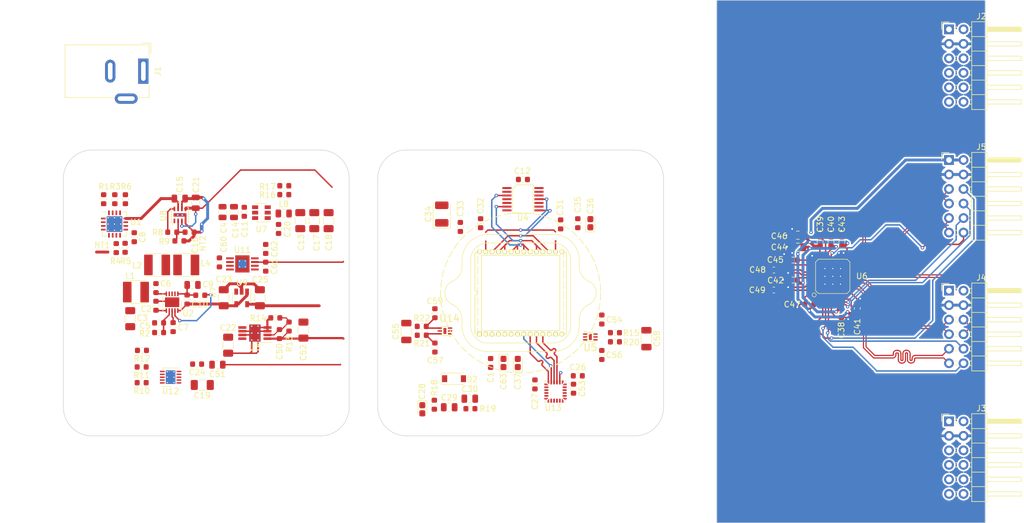
<source format=kicad_pcb>
(kicad_pcb (version 20221018) (generator pcbnew)
  (layers (0 "F.Cu" signal) (31 "B.Cu" signal) (34 "B.Paste" user) (35 "F.Paste" user) (36 "B.SilkS" user "B.Silkscreen") (37 "F.SilkS" user "F.Silkscreen") (38 "B.Mask" user) (39 "F.Mask" user) (44 "Edge.Cuts" user))
  (net 0 "")
  (net 1 "/power-supply/5V5")
  (net 2 "/power-supply/FBN")
  (net 3 "/power-supply/DN")
  (net 4 "Net-(U1-CT)")
  (net 5 "/power-supply/CAP")
  (net 6 "Net-(U7-VBST)")
  (net 7 "Net-(U7-SW)")
  (net 8 "Net-(U12-SET)")
  (net 9 "/camera/CCD_OUT1")
  (net 10 "/h-driver/IN_A-")
  (net 11 "/camera/CCD_OUT2")
  (net 12 "/power-supply/FBP")
  (net 13 "/h-driver/IN_B-")
  (net 14 "/power-supply/VREF")
  (net 15 "/power-supply/VCON")
  (net 16 "GND")
  (net 17 "/camera/SUB")
  (net 18 "/camera/RG_1")
  (net 19 "/camera/RG_2")
  (net 20 "/power-supply/SOFT_START")
  (net 21 "VIN*")
  (net 22 "GNDPWR")
  (net 23 "/power-supply/-8V")
  (net 24 "/power-supply/13V5")
  (net 25 "+3V3")
  (net 26 "+12VA")
  (net 27 "+1V8")
  (net 28 "+5VA")
  (net 29 "/camera/SHT")
  (net 31 "+3.3VA")
  (net 32 "/camera/VOUT2")
  (net 33 "/camera/VT1")
  (net 34 "/camera/VT2")
  (net 35 "/camera/VT3")
  (net 36 "/camera/VT4")
  (net 37 "/camera/VOUT1")
  (net 41 "Net-(U1-~{FLT})")
  (net 42 "Net-(U1-~{PG})")
  (net 43 "Net-(U1-IMAX)")
  (net 44 "/power-supply/LMZ_PGND")
  (net 45 "/power-supply/SENSE")
  (net 46 "+1V8A")
  (net 47 "/power-supply/SW-")
  (net 48 "/power-supply/SW+")
  (net 49 "-7V0A")
  (net 50 "Net-(U1-IFLT)")
  (net 51 "Net-(U1-IMON)")
  (net 52 "/ADC_SDATA")
  (net 53 "Net-(U12-EN{slash}UV)")
  (net 54 "/ADC_SCK")
  (net 55 "Net-(U12-ILIM)")
  (net 56 "/ADC_SL")
  (net 57 "Net-(U7-VFB)")
  (net 58 "/ADC_VD")
  (net 59 "/XV1")
  (net 60 "/XSHT")
  (net 61 "/XV2")
  (net 62 "/XV3")
  (net 63 "/XSGV2")
  (net 64 "/XV4")
  (net 65 "/CCD_H1")
  (net 66 "/h-driver/ADC_OUT_A0+")
  (net 67 "/CCD_H2")
  (net 68 "/h-driver/ADC_OUT_A0-")
  (net 69 "/h-driver/ADC_OUT_A1+")
  (net 70 "/h-driver/ADC_OUT_TCLK+")
  (net 71 "/h-driver/ADC_OUT_A1-")
  (net 72 "/ADC_CLI")
  (net 73 "/h-driver/ADC_OUT_B0+")
  (net 74 "/ADC_HD")
  (net 75 "/h-driver/ADC_OUT_B0-")
  (net 76 "/CCD_HL")
  (net 77 "/h-driver/ADC_OUT_B1+")
  (net 78 "/CCD_RG")
  (net 79 "/h-driver/ADC_OUT_B1-")
  (net 80 "/power-supply/IGND")
  (net 88 "/XSGV3")
  (net 89 "/camera/ISF1")
  (net 90 "/camera/IDRV1")
  (net 91 "/camera/ISF2")
  (net 92 "/camera/IDRV2")
  (net 93 "/camera/O_RG")
  (net 94 "/camera/O_H2")
  (net 95 "/camera/O_H1")
  (net 96 "/camera/O_HL")
  (net 97 "/camera/SH_DEL")
  (net 99 "/h-driver/ADC_OUT_TCLK-")
  (footprint "Capacitor_SMD:C_0603_1608Metric" (layer "F.Cu") (at 96.2 87.24 90)
    (fp_text reference "C2")
    (fp_text value "1.0uF")
  )
  (footprint "Capacitor_SMD:C_1206_3216Metric" (layer "F.Cu") (at 91.7 89.5 -90)
    (fp_text reference "C3")
    (fp_text value "22uF")
  )
  (footprint "Capacitor_SMD:C_0603_1608Metric" (layer "F.Cu") (at 96.75 90.23)
    (fp_text reference "C5")
    (fp_text value "47pF")
  )
  (footprint "Capacitor_SMD:C_0603_1608Metric" (layer "F.Cu") (at 96.2 84.15 -90)
    (fp_text reference "C6")
    (fp_text value "1.0uF")
  )
  (footprint "Capacitor_SMD:C_0603_1608Metric" (layer "F.Cu") (at 99.2 90.98 -90)
    (fp_text reference "C7")
    (fp_text value "0.1uF")
  )
  (footprint "Capacitor_SMD:C_0603_1608Metric" (layer "F.Cu") (at 92.4 75.25 -90)
    (fp_text reference "C8")
    (fp_text value "1.0uF")
  )
  (footprint "Capacitor_SMD:C_0805_2012Metric" (layer "F.Cu") (at 102.6 83.6)
    (fp_text reference "C9")
    (fp_text value "4.7uF")
  )
  (footprint "Capacitor_SMD:C_0603_1608Metric" (layer "F.Cu") (at 101.65 86.15 -90)
    (fp_text reference "C10")
    (fp_text value "0.1uF")
  )
  (footprint "Engstad:L_Wurth-4018" (layer "F.Cu") (at 92.7 84.85 180)
    (fp_text reference "L1")
    (fp_text value "15uH")
  )
  (footprint "Engstad:L_Wurth-4018" (layer "F.Cu") (at 96.4 80.1 180)
    (fp_text reference "L2")
    (fp_text value "15uH")
  )
  (footprint "Engstad:L_Wurth-4018" (layer "F.Cu") (at 101.5 80.1 180)
    (fp_text reference "L4")
    (fp_text value "10uH")
  )
  (footprint "Inductor_SMD:L_0805_2012Metric" (layer "F.Cu") (at 118.55 71.1)
    (fp_text reference "L8")
    (fp_text value "2.2uH")
  )
  (footprint "Resistor_SMD:R_0603_1608Metric" (layer "F.Cu") (at 87.05 68.6 -90)
    (fp_text reference "R1")
    (fp_text value "10.0k")
  )
  (footprint "Package_DFN_QFN:DFN-10-1EP_3x3mm_P0.5mm_EP1.7x2.5mm" (layer "F.Cu") (at 99.025 86.625 -90)
    (fp_text reference "U2")
    (fp_text value "LT3487")
  )
  (footprint "Engstad:Texas_Instruments-LLP-8" (layer "F.Cu") (at 100.405 71.35 90)
    (fp_text reference "U8")
    (fp_text value "LMZ10500")
  )
  (footprint "Capacitor_SMD:C_0805_2012Metric" (layer "F.Cu") (at 109.85 70.85 -90)
    (fp_text reference "C14")
    (fp_text value "10uF")
  )
  (footprint "Capacitor_SMD:C_0603_1608Metric" (layer "F.Cu") (at 117.65 73.8 90)
    (fp_text reference "C20")
    (fp_text value "0.1uF")
  )
  (footprint "Resistor_SMD:R_0603_1608Metric" (layer "F.Cu") (at 118.65 67.8 180)
    (fp_text reference "R16")
    (fp_text value "13.7k")
  )
  (footprint "Resistor_SMD:R_0603_1608Metric" (layer "F.Cu") (at 118.652 66.247203)
    (fp_text reference "R17")
    (fp_text value "10.0k")
  )
  (footprint "Package_TO_SOT_SMD:SOT-23-6" (layer "F.Cu") (at 114.65 70.95 180)
    (fp_text reference "U7")
    (fp_text value "TPS56x200")
  )
  (footprint "Capacitor_SMD:C_0805_2012Metric" (layer "F.Cu") (at 100.36 68.49)
    (fp_text reference "C15")
    (fp_text value "10.0uF")
  )
  (footprint "Capacitor_SMD:C_0603_1608Metric" (layer "F.Cu") (at 102.08 74.37)
    (fp_text reference "C16")
    (fp_text value "470pF")
  )
  (footprint "Capacitor_SMD:C_0805_2012Metric" (layer "F.Cu") (at 103.15 69.23 90)
    (fp_text reference "C21")
    (fp_text value "10.0uF")
  )
  (footprint "Resistor_SMD:R_0603_1608Metric" (layer "F.Cu") (at 96.75 91.93 180)
    (fp_text reference "R2")
    (fp_text value "324K")
  )
  (footprint "Resistor_SMD:R_0603_1608Metric" (layer "F.Cu") (at 89 68.6 -90)
    (fp_text reference "R3")
    (fp_text value "10.0k")
  )
  (footprint "Resistor_SMD:R_0603_1608Metric" (layer "F.Cu") (at 89.25 77.15 -90)
    (fp_text reference "R4")
    (fp_text value "51.1k")
  )
  (footprint "Resistor_SMD:R_0603_1608Metric" (layer "F.Cu") (at 90.8 77.1 -90)
    (fp_text reference "R5")
    (fp_text value "68.1k")
  )
  (footprint "Resistor_SMD:R_0603_1608Metric" (layer "F.Cu") (at 90.85 68.6 90)
    (fp_text reference "R6")
    (fp_text value "53.6k")
  )
  (footprint "Resistor_SMD:R_0603_1608Metric" (layer "F.Cu") (at 103.95 85.4 180)
    (fp_text reference "R7")
    (fp_text value "487K")
  )
  (footprint "Resistor_SMD:R_0603_1608Metric" (layer "F.Cu") (at 99.05 74.37)
    (fp_text reference "R8")
    (fp_text value "80.6k")
  )
  (footprint "Resistor_SMD:R_0603_1608Metric" (layer "F.Cu") (at 100.3 75.9)
    (fp_text reference "R9")
    (fp_text value "105k")
  )
  (footprint "Package_DFN_QFN:QFN-16-1EP_4x4mm_P0.65mm_EP2.7x2.7mm_ThermalVias" (layer "F.Cu") (at 88.95 72.95)
    (fp_text reference "U1")
    (fp_text value "TPS2420")
  )
  (footprint "Package_TO_SOT_SMD:SOT-23-5" (layer "F.Cu") (at 111.19 85.87 -90)
    (fp_text reference "U9")
    (fp_text value "RT9069-C0GB")
  )
  (footprint "Package_DFN_QFN:DFN-10-1EP_3x3mm_P0.5mm_EP1.65x2.38mm_ThermalVias" (layer "F.Cu") (at 98.76 99.74 180)
    (fp_text reference "U12")
    (fp_text value "LT3042")
  )
  (footprint "Capacitor_SMD:C_0603_1608Metric" (layer "F.Cu") (at 107.3 79.65 -90)
    (fp_text reference "C60")
    (fp_text value "2.2uF")
  )
  (footprint "Capacitor_SMD:C_0603_1608Metric" (layer "F.Cu") (at 115.4 80.4 -90)
    (fp_text reference "C61")
    (fp_text value "2.2uF")
  )
  (footprint "Capacitor_SMD:C_0603_1608Metric" (layer "F.Cu") (at 115.4 77.3 90)
    (fp_text reference "C62")
    (fp_text value "2.2uF")
  )
  (footprint "Package_SO:MSOP-8-1EP_3x3mm_P0.65mm_EP2.5x3mm_Mask1.73x2.36mm_ThermalVias" (layer "F.Cu") (at 111.32 79.92)
    (fp_text reference "U11")
    (fp_text value "MIC5355-SGYMME")
  )
  (footprint "Capacitor_SMD:C_0805_2012Metric" (layer "F.Cu") (at 107.85 70.85 -90)
    (fp_text reference "C4")
    (fp_text value "10uF")
  )
  (footprint "Capacitor_SMD:C_0603_1608Metric" (layer "F.Cu") (at 111.65 70.8 -90)
    (fp_text reference "C11")
    (fp_text value "0.1uF")
  )
  (footprint "Capacitor_SMD:C_1206_3216Metric" (layer "F.Cu") (at 121.45 72.35 -90)
    (fp_text reference "C13")
    (fp_text value "10.0uF")
  )
  (footprint "Capacitor_SMD:C_1206_3216Metric" (layer "F.Cu") (at 123.9 72.35 -90)
    (fp_text reference "C17")
    (fp_text value "10.0uF")
  )
  (footprint "Capacitor_SMD:C_1206_3216Metric" (layer "F.Cu") (at 126.4 72.35 -90)
    (fp_text reference "C18")
    (fp_text value "10.0uF")
  )
  (footprint "Capacitor_SMD:C_1206_3216Metric" (layer "F.Cu") (at 104.3 101.1 180)
    (fp_text reference "C19")
    (fp_text value "10.0uF")
  )
  (footprint "Capacitor_SMD:C_1206_3216Metric" (layer "F.Cu") (at 108.83 94.141 -90)
    (fp_text reference "C22")
    (fp_text value "10uF")
  )
  (footprint "Capacitor_SMD:C_1206_3216Metric" (layer "F.Cu") (at 108.06 85.84 90)
    (fp_text reference "C23")
    (fp_text value "10uF")
  )
  (footprint "Capacitor_SMD:C_0603_1608Metric" (layer "F.Cu") (at 103.4 97.45 180)
    (fp_text reference "C24")
    (fp_text value "0.47uF")
  )
  (footprint "Capacitor_SMD:C_1206_3216Metric" (layer "F.Cu") (at 114.38 85.84 90)
    (fp_text reference "C25")
    (fp_text value "10uF")
  )
  (footprint "Capacitor_SMD:C_0603_1608Metric" (layer "F.Cu") (at 117.8 92.2 90)
    (fp_text reference "C50")
    (fp_text value "10nF")
  )
  (footprint "Capacitor_SMD:C_0805_2012Metric" (layer "F.Cu") (at 106.95 97.55 180)
    (fp_text reference "C51")
    (fp_text value "4.7uF")
  )
  (footprint "Capacitor_SMD:C_1206_3216Metric" (layer "F.Cu") (at 122 91.5 90)
    (fp_text reference "C52")
    (fp_text value "10uF")
  )
  (footprint "NetTie:NetTie-3_SMD_Pad0.5mm" (layer "F.Cu") (at 86.8 77.85)
    (fp_text reference "NT1")
    (fp_text value "Net-Tie_3")
  )
  (footprint "Resistor_SMD:R_0603_1608Metric" (layer "F.Cu") (at 93.7 100.7 180)
    (fp_text reference "R10")
    (fp_text value "200K")
  )
  (footprint "Resistor_SMD:R_0603_1608Metric" (layer "F.Cu") (at 93.7 97.95 180)
    (fp_text reference "R11")
    (fp_text value "49K9")
  )
  (footprint "Resistor_SMD:R_0603_1608Metric" (layer "F.Cu") (at 93.75 95.05 180)
    (fp_text reference "R12")
    (fp_text value "499R")
  )
  (footprint "Resistor_SMD:R_0603_1608Metric" (layer "F.Cu") (at 119.48 90.88 90)
    (fp_text reference "R13")
    (fp_text value "487K")
  )
  (footprint "Resistor_SMD:R_0603_1608Metric" (layer "F.Cu") (at 117.08 89.36 180)
    (fp_text reference "R14")
    (fp_text value "100K")
  )
  (footprint "Resistor_SMD:R_0603_1608Metric" (layer "F.Cu") (at 142.7 92.4 180)
    (fp_text reference "R21")
    (fp_text value "27K")
  )
  (footprint "Resistor_SMD:R_0603_1608Metric" (layer "F.Cu") (at 142.7 90.85)
    (fp_text reference "R22")
    (fp_text value "180K")
  )
  (footprint "Engstad:VSSOP-8_3.0x3.0mm_P0.65mm" (layer "F.Cu") (at 113.51 92.02 180)
    (fp_text reference "U3")
    (fp_text value "TPS7A3401")
  )
  (footprint "camera:ICX825" (layer "F.Cu") (at 160 85)
    (fp_text reference "U10" hide)
    (fp_text value "ICX825AQA")
  )
  (footprint "Engstad:qfn-40" (layer "F.Cu") (at 214.6 82.1 90)
    (fp_text reference "U6")
    (fp_text value "AD9978")
  )
  (footprint "Capacitor_SMD:C_0603_1608Metric" (layer "F.Cu") (at 160.4 65.15 180)
    (fp_text reference "C12")
    (fp_text value "0.1u")
  )
  (footprint "Capacitor_SMD:C_0603_1608Metric" (layer "F.Cu") (at 170 99.5 180)
    (fp_text reference "C26")
    (fp_text value "0.1u")
  )
  (footprint "Capacitor_SMD:C_0603_1608Metric" (layer "F.Cu") (at 162.5 101 90)
    (fp_text reference "C27")
    (fp_text value "0.1u")
  )
  (footprint "Capacitor_SMD:C_0805_2012Metric" (layer "F.Cu") (at 147.5 105)
    (fp_text reference "C29")
    (fp_text value "0.1uF/35V")
  )
  (footprint "Capacitor_SMD:C_0805_2012Metric" (layer "F.Cu") (at 151.1 103.5)
    (fp_text reference "C30")
    (fp_text value "2.2uF/50V")
  )
  (footprint "Capacitor_SMD:C_0603_1608Metric" (layer "F.Cu") (at 167 73 90)
    (fp_text reference "C31")
    (fp_text value "0.1uF")
  )
  (footprint "Capacitor_SMD:C_0603_1608Metric" (layer "F.Cu") (at 153 72.8 90)
    (fp_text reference "C32")
    (fp_text value "0.1uF")
  )
  (footprint "Capacitor_SMD:C_0603_1608Metric" (layer "F.Cu") (at 149.45 73.45 90)
    (fp_text reference "C33")
    (fp_text value "0.01")
  )
  (footprint "Capacitor_Tantalum_SMD:CP_EIA-3528-12_Kemet-T" (layer "F.Cu") (at 146.2 71.2 90)
    (fp_text reference "C34")
    (fp_text value "3.3/20V")
  )
  (footprint "Capacitor_SMD:C_0603_1608Metric" (layer "F.Cu") (at 170 72.8 90)
    (fp_text reference "C35")
    (fp_text value "0.01")
  )
  (footprint "Capacitor_Tantalum_SMD:CP_EIA-1608-08_AVX-J" (layer "F.Cu") (at 172.2 72.8 90)
    (fp_text reference "C36")
    (fp_text value "3.3/20V")
  )
  (footprint "Capacitor_Tantalum_SMD:CP_EIA-1608-08_AVX-J" (layer "F.Cu") (at 159.5 97.25 90)
    (fp_text reference "C37")
    (fp_text value "3.3/20V")
  )
  (footprint "Capacitor_SMD:C_0603_1608Metric" (layer "F.Cu") (at 216.1 88.5 -90)
    (fp_text reference "C38")
    (fp_text value "0.1uF")
  )
  (footprint "Capacitor_SMD:C_0603_1608Metric" (layer "F.Cu") (at 212.4 76 90)
    (fp_text reference "C39")
    (fp_text value "0.1uF")
  )
  (footprint "Capacitor_SMD:C_0603_1608Metric" (layer "F.Cu") (at 214.3 76 90)
    (fp_text reference "C40")
    (fp_text value "0.1uF")
  )
  (footprint "Capacitor_SMD:C_0603_1608Metric" (layer "F.Cu") (at 218.9 87.7 90)
    (fp_text reference "C41")
    (fp_text value "0.1uF")
  )
  (footprint "Capacitor_SMD:C_0603_1608Metric" (layer "F.Cu") (at 207.6125 82.75 180)
    (fp_text reference "C42")
    (fp_text value "0.1uF")
  )
  (footprint "Capacitor_SMD:C_0603_1608Metric" (layer "F.Cu") (at 216.2 76 90)
    (fp_text reference "C43")
    (fp_text value "0.1uF")
  )
  (footprint "Capacitor_SMD:C_0805_2012Metric" (layer "F.Cu") (at 208.5 77 180)
    (fp_text reference "C44")
    (fp_text value "4.7uF")
  )
  (footprint "Capacitor_SMD:C_0603_1608Metric" (layer "F.Cu") (at 207.6125 79.25 180)
    (fp_text reference "C45")
    (fp_text value "0.1uF")
  )
  (footprint "Capacitor_SMD:C_0805_2012Metric" (layer "F.Cu") (at 208.5 74.9 180)
    (fp_text reference "C46")
    (fp_text value "4.7uF")
  )
  (footprint "Capacitor_SMD:C_0603_1608Metric" (layer "F.Cu") (at 210.5 87 180)
    (fp_text reference "C47")
    (fp_text value "0.1uF")
  )
  (footprint "Capacitor_SMD:C_0603_1608Metric" (layer "F.Cu") (at 204.3 81)
    (fp_text reference "C48")
    (fp_text value "0.1u")
  )
  (footprint "Capacitor_SMD:C_0603_1608Metric" (layer "F.Cu") (at 204.3 84.5)
    (fp_text reference "C49")
    (fp_text value "0.1u")
  )
  (footprint "Capacitor_SMD:C_0603_1608Metric" (layer "F.Cu") (at 169.25 101.75 90)
    (fp_text reference "C53")
    (fp_text value "0.1u")
  )
  (footprint "Capacitor_SMD:C_0603_1608Metric" (layer "F.Cu") (at 174.2 89.65 90)
    (fp_text reference "C54")
    (fp_text value "0.1u")
  )
  (footprint "Capacitor_SMD:C_1206_3216Metric" (layer "F.Cu") (at 140 91.75 90)
    (fp_text reference "C55")
    (fp_text value "47u/20V")
  )
  (footprint "Capacitor_SMD:C_0603_1608Metric" (layer "F.Cu") (at 174.2 95.85 -90)
    (fp_text reference "C56")
    (fp_text value "0.1u")
  )
  (footprint "Capacitor_SMD:C_0603_1608Metric" (layer "F.Cu") (at 145 94.55 -90)
    (fp_text reference "C57")
    (fp_text value "0.1u")
  )
  (footprint "Capacitor_SMD:C_1206_3216Metric" (layer "F.Cu") (at 182 93 -90)
    (fp_text reference "C58")
    (fp_text value "47u/20V")
  )
  (footprint "Capacitor_SMD:C_0603_1608Metric" (layer "F.Cu") (at 145 88.55 90)
    (fp_text reference "C59")
    (fp_text value "0.1u")
  )
  (footprint "Diode_SMD:D_SOD-123" (layer "F.Cu") (at 148.35 100)
    (fp_text reference "D2")
    (fp_text value "D")
  )
  (footprint "Resistor_SMD:R_0603_1608Metric" (layer "F.Cu") (at 176.5 91.95)
    (fp_text reference "R15")
    (fp_text value "27K")
  )
  (footprint "Resistor_SMD:R_0603_1608Metric" (layer "F.Cu") (at 144.9 104.55 -90)
    (fp_text reference "R18")
    (fp_text value "100k")
  )
  (footprint "Resistor_SMD:R_0603_1608Metric" (layer "F.Cu") (at 151.2125 105.25)
    (fp_text reference "R19")
    (fp_text value "1M0")
  )
  (footprint "Resistor_SMD:R_0603_1608Metric" (layer "F.Cu") (at 176.5 93.55 180)
    (fp_text reference "R20")
    (fp_text value "180K")
  )
  (footprint "Engstad:Texas_R-PDSO-G14" (layer "F.Cu") (at 160.4 68.6 -90)
    (fp_text reference "U4")
    (fp_text value "SN74LV4T125" hide)
  )
  (footprint "Engstad:lfcsp-cp-6-4" (layer "F.Cu") (at 172.2 92.7)
    (fp_text reference "U5")
    (fp_text value "ADA4800" hide)
  )
  (footprint "Engstad:ON_Semiconductor-VCT24-3.5x3.5mm" (layer "F.Cu") (at 166.1 102.25 180)
    (fp_text reference "U13")
    (fp_text value "LV5609LP")
  )
  (footprint "Engstad:lfcsp-cp-6-4" (layer "F.Cu") (at 146.75 91.65 180)
    (fp_text reference "U14")
    (fp_text value "ADA4800" hide)
  )
  (footprint "Capacitor_Tantalum_SMD:CP_EIA-1608-08_AVX-J" (layer "F.Cu") (at 142.8 105.35 -90)
    (fp_text reference "C28")
    (fp_text value "1uF/35V")
  )
  (footprint "NetTie:NetTie-2_THT_Pad0.3mm" (layer "F.Cu") (at 104.2 74.18 90)
    (fp_text reference "NT2")
    (fp_text value "NetTie_2")
  )
  (footprint "Connector_PinHeader_2.54mm:PinHeader_2x06_P2.54mm_Horizontal" (layer "F.Cu") (at 234.94 38.88)
    (fp_text reference "J2")
    (fp_text value "PMOD")
  )
  (footprint "Connector_PinHeader_2.54mm:PinHeader_2x06_P2.54mm_Horizontal" (layer "F.Cu") (at 234.94 107.46)
    (fp_text reference "J3")
    (fp_text value "PMOD")
  )
  (footprint "Connector_PinHeader_2.54mm:PinHeader_2x06_P2.54mm_Horizontal" (layer "F.Cu") (at 234.94 84.6)
    (fp_text reference "J4")
    (fp_text value "PMOD")
  )
  (footprint "Connector_PinHeader_2.54mm:PinHeader_2x06_P2.54mm_Horizontal" (layer "F.Cu") (at 234.94 61.74)
    (fp_text reference "J5")
    (fp_text value "PMOD")
  )
  (footprint "Connector_BarrelJack:BarrelJack_Wuerth_6941xx301002" (layer "F.Cu") (at 94 46.2 -90)
    (fp_text reference "J1")
    (fp_text value "Barrel_Jack_Switch")
  )
  (footprint "Engstad:PT-LH030CSM" (layer "F.Cu") (at 160 85)
    (fp_text reference "REF**" hide)
    (fp_text value "PT-LH030CSM")
  )
  (footprint "Capacitor_SMD:C_0603_1608Metric" (layer "F.Cu") (at 154.75 97.25 -90)
    (fp_text reference "C1")
    (fp_text value "0.01")
  )
  (footprint "Capacitor_Tantalum_SMD:CP_EIA-1608-08_AVX-J" (layer "F.Cu") (at 157 97.25 -90)
    (fp_text reference "C63")
    (fp_text value "3.3/20V")
  )
  (gr_arc (start 180 60) (mid 183.535534 61.464466) (end 185 65) (stroke (width 0.1)) (layer "Edge.Cuts"))
  (gr_arc (start 185 105) (mid 183.535534 108.535534) (end 180 110) (stroke (width 0.1)) (layer "Edge.Cuts"))
  (gr_arc (start 140 110) (mid 136.464466 108.535534) (end 135 105) (stroke (width 0.1)) (layer "Edge.Cuts"))
  (gr_line (start 135 65) (end 135 105) (stroke (width 0.1)) (layer "Edge.Cuts"))
  (gr_line (start 140 60) (end 180 60) (stroke (width 0.1)) (layer "Edge.Cuts"))
  (gr_line (start 185 65) (end 185 105) (stroke (width 0.1)) (layer "Edge.Cuts"))
  (gr_line (start 180 110) (end 140 110) (stroke (width 0.1)) (layer "Edge.Cuts"))
  (gr_line (start 85 60) (end 125 60) (stroke (width 0.1)) (layer "Edge.Cuts"))
  (gr_arc (start 135 65) (mid 136.464466 61.464466) (end 140 60) (stroke (width 0.1)) (layer "Edge.Cuts"))
  (gr_line (start 125 110) (end 85 110) (stroke (width 0.1)) (layer "Edge.Cuts"))
  (gr_line (start 80 65) (end 80 105) (stroke (width 0.1)) (layer "Edge.Cuts"))
  (gr_arc (start 125 60) (mid 128.535534 61.464466) (end 130 65) (stroke (width 0.1)) (layer "Edge.Cuts"))
  (gr_arc (start 85 110) (mid 81.464466 108.535534) (end 80 105) (stroke (width 0.1)) (layer "Edge.Cuts"))
  (gr_rect (start 194.3 33.8) (end 241.29 125.24) (stroke (width 0.1)) (fill none) (layer "Edge.Cuts"))
  (gr_line (start 130 65) (end 130 105) (stroke (width 0.1)) (layer "Edge.Cuts"))
  (gr_arc (start 80 65) (mid 81.464466 61.464466) (end 85 60) (stroke (width 0.1)) (layer "Edge.Cuts"))
  (gr_arc (start 130 105) (mid 128.535534 108.535534) (end 125 110) (stroke (width 0.1)) (layer "Edge.Cuts"))
  (segment (start 99.4225 68.49) (end 100.08 69.1475) (width 0.3048) (layer "F.Cu") (net 1))
  (segment (start 97.08 68.5) (end 99.4125 68.5) (width 0.508) (layer "F.Cu") (net 1))
  (segment (start 93.605 71.975) (end 97.08 68.5) (width 0.508) (layer "F.Cu") (net 1))
  (segment (start 90.9125 71.975) (end 93.605 71.975) (width 0.508) (layer "F.Cu") (net 1))
  (segment (start 100.08 69.1475) (end 100.08 70.3) (width 0.3048) (layer "F.Cu") (net 1))
  (segment (start 98.025 88.0875) (end 96.26 88.0875) (width 0.254) (layer "F.Cu") (net 1))
  (segment (start 96.26 88.0875) (end 96.2 88.0275) (width 0.254) (layer "F.Cu") (net 1))
  (segment (start 99.4125 68.5) (end 99.4225 68.49) (width 0.508) (layer "F.Cu") (net 1))
  (segment (start 97.5375 89.7925) (end 97.5375 90.23) (width 0.254) (layer "F.Cu") (net 2))
  (segment (start 98.525 88.0875) (end 98.525 88.5) (width 0.254) (layer "F.Cu") (net 2))
  (segment (start 97.5375 90.23) (end 97.5375 91.93) (width 0.254) (layer "F.Cu") (net 2))
  (segment (start 98.525 88.805) (end 97.5375 89.7925) (width 0.254) (layer "F.Cu") (net 2))
  (segment (start 98.525 88.0875) (end 98.525 88.805) (width 0.254) (layer "F.Cu") (net 2))
  (segment (start 96.425 85.1625) (end 96.2 84.9375) (width 0.254) (layer "F.Cu") (net 3))
  (segment (start 98.025 85.1625) (end 96.425 85.1625) (width 0.254) (layer "F.Cu") (net 3))
  (segment (start 101.65 85.3625) (end 101.65 84.1975) (width 0.254) (layer "F.Cu") (net 5))
  (segment (start 100.025 85.1625) (end 101.45 85.1625) (width 0.254) (layer "F.Cu") (net 5))
  (segment (start 101.45 85.1625) (end 101.65 85.3625) (width 0.254) (layer "F.Cu") (net 5))
  (segment (start 103.125 85.3625) (end 103.1625 85.4) (width 0.254) (layer "F.Cu") (net 5))
  (segment (start 101.65 84.1975) (end 102.07 83.7775) (width 0.254) (layer "F.Cu") (net 5))
  (segment (start 101.65 85.3625) (end 103.125 85.3625) (width 0.254) (layer "F.Cu") (net 5))
  (segment (start 208.973 80.973) (end 205.1145 80.973) (width 0.254) (layer "F.Cu") (net 10))
  (segment (start 209.35 81.35) (end 208.973 80.973) (width 0.254) (layer "F.Cu") (net 10))
  (segment (start 211.6 81.35) (end 209.35 81.35) (width 0.254) (layer "F.Cu") (net 10))
  (segment (start 205.1145 80.973) (end 205.0875 81) (width 0.254) (layer "F.Cu") (net 10))
  (segment (start 105.79 85.32) (end 104.8175 85.32) (width 0.254) (layer "F.Cu") (net 12))
  (segment (start 99.525 88.0875) (end 99.525 89.005) (width 0.254) (layer "F.Cu") (net 12))
  (segment (start 99.525 89.005) (end 100.36 89.84) (width 0.254) (layer "F.Cu") (net 12))
  (segment (start 104.8175 85.32) (end 104.7375 85.4) (width 0.254) (layer "F.Cu") (net 12))
  (via (at 105.79 85.32) (size 0.604774) (drill 0.299974) (layers "F.Cu" "B.Cu") (net 12))
  (via (at 100.36 89.84) (size 0.604774) (drill 0.299974) (layers "F.Cu" "B.Cu") (net 12))
  (segment (start 103.32 89.84) (end 105.79 87.37) (width 0.254) (layer "B.Cu") (net 12))
  (segment (start 105.79 87.37) (end 105.79 85.32) (width 0.254) (layer "B.Cu") (net 12))
  (segment (start 100.36 89.84) (end 103.32 89.84) (width 0.254) (layer "B.Cu") (net 12))
  (segment (start 205.1145 84.527) (end 205.0875 84.5) (width 0.254) (layer "F.Cu") (net 13))
  (segment (start 209.918291 84.527) (end 205.1145 84.527) (width 0.254) (layer "F.Cu") (net 13))
  (segment (start 211.6 83.35) (end 211.095291 83.35) (width 0.254) (layer "F.Cu") (net 13))
  (segment (start 211.095291 83.35) (end 209.918291 84.527) (width 0.254) (layer "F.Cu") (net 13))
  (segment (start 98.2625 70.7975) (end 98.76 70.3) (width 0.254) (layer "F.Cu") (net 14))
  (segment (start 98.76 70.3) (end 99.43 70.3) (width 0.254) (layer "F.Cu") (net 14))
  (segment (start 98.2625 74.37) (end 98.2625 70.7975) (width 0.254) (layer "F.Cu") (net 14))
  (segment (start 99.8375 74.37) (end 99.8375 75.575) (width 0.254) (layer "F.Cu") (net 15))
  (segment (start 100.08 72.4) (end 100.08 74.1275) (width 0.254) (layer "F.Cu") (net 15))
  (segment (start 99.8375 74.37) (end 101.2925 74.37) (width 0.254) (layer "F.Cu") (net 15))
  (segment (start 99.8375 75.575) (end 99.5125 75.9) (width 0.254) (layer "F.Cu") (net 15))
  (segment (start 100.08 74.1275) (end 99.8375 74.37) (width 0.254) (layer "F.Cu") (net 15))
  (segment (start 101.98 75.9) (end 101.0875 75.9) (width 0.508) (layer "F.Cu") (net 16))
  (segment (start 213.35 79.1) (end 213.35 76.1625) (width 0.254) (layer "F.Cu") (net 16))
  (segment (start 99.555 71.35) (end 100.405 71.35) (width 0.508) (layer "F.Cu") (net 16))
  (segment (start 209.7125 87) (end 208.9 87) (width 0.254) (layer "F.Cu") (net 16))
  (segment (start 114.06 95.261) (end 114.06 93.24) (width 0.254) (layer "F.Cu") (net 16))
  (segment (start 112.635 91.695) (end 112.96 92.02) (width 0.254) (layer "F.Cu") (net 16))
  (segment (start 216.1 89.2875) (end 216.9875 89.2875) (width 0.254) (layer "F.Cu") (net 16))
  (segment (start 112.96 95.223) (end 112.96 93.24) (width 0.254) (layer "F.Cu") (net 16))
  (segment (start 207.5625 74.9) (end 206.5 74.9) (width 0.508) (layer "F.Cu") (net 16))
  (segment (start 206.825 78.925) (end 206.1 78.2) (width 0.254) (layer "F.Cu") (net 16))
  (segment (start 211.6 80.85) (end 210.75 80.85) (width 0.254) (layer "F.Cu") (net 16))
  (segment (start 210.85 82.85) (end 210.1 83.6) (width 0.254) (layer "F.Cu") (net 16))
  (segment (start 116.151 89.36) (end 115.688 89.823) (width 0.381) (layer "F.Cu") (net 16))
  (segment (start 102.8675 74.37) (end 104.01 74.37) (width 0.508) (layer "F.Cu") (net 16))
  (segment (start 104.01 74.37) (end 104.2 74.18) (width 0.508) (layer "F.Cu") (net 16))
  (segment (start 101.255 71.35) (end 101.38 71.475) (width 0.3048) (layer "F.Cu") (net 16))
  (segment (start 211.6 81.85) (end 209.15 81.85) (width 0.254) (layer "F.Cu") (net 16))
  (segment (start 115.71 91.695) (end 114.385 91.695) (width 0.254) (layer "F.Cu") (net 16))
  (segment (start 216.35 78.15) (end 216.5 78) (width 0.254) (layer "F.Cu") (net 16))
  (segment (start 115.688 89.823) (end 115.688 91.023) (width 0.381) (layer "F.Cu") (net 16))
  (segment (start 217.9 85.1) (end 216.85 85.1) (width 0.254) (layer "F.Cu") (net 16))
  (segment (start 100.405 71.35) (end 101.255 71.35) (width 0.508) (layer "F.Cu") (net 16))
  (segment (start 218.9 86.9125) (end 218.9 86.5) (width 0.254) (layer "F.Cu") (net 16))
  (segment (start 207.5625 74.9) (end 207.5625 73.8625) (width 0.508) (layer "F.Cu") (net 16))
  (segment (start 111.31 91.695) (end 112.635 91.695) (width 0.254) (layer "F.Cu") (net 16))
  (segment (start 114.305 91.045) (end 114.06 90.8) (width 0.254) (layer "F.Cu") (net 16))
  (segment (start 208.8 81.5) (end 206.8 81.5) (width 0.254) (layer "F.Cu") (net 16))
  (segment (start 211.6 82.85) (end 210.85 82.85) (width 0.254) (layer "F.Cu") (net 16))
  (segment (start 206.95 82.75) (end 206.9 82.7) (width 0.254) (layer "F.Cu") (net 16))
  (segment (start 214.3 75.2125) (end 214.3 74.2) (width 0.254) (layer "F.Cu") (net 16))
  (segment (start 216.1 89.2875) (end 215.242209 89.2875) (width 0.254) (layer "F.Cu") (net 16))
  (segment (start 207.5625 77.9375) (end 207.5 78) (width 0.508) (layer "F.Cu") (net 16))
  (segment (start 211.15 84.35) (end 211.6 84.35) (width 0.254) (layer "F.Cu") (net 16))
  (segment (start 115.688 91.023) (end 115.71 91.045) (width 0.381) (layer "F.Cu") (net 16))
  (segment (start 111.19 83.732) (end 111.502 83.42) (width 0.508) (layer "F.Cu") (net 16))
  (segment (start 209.15 81.85) (end 208.8 81.5) (width 0.254) (layer "F.Cu") (net 16))
  (segment (start 101.38 72.4) (end 101.38 72.8825) (width 0.3048) (layer "F.Cu") (net 16))
  (segment (start 102.8675 75.0125) (end 101.98 75.9) (width 0.508) (layer "F.Cu") (net 16))
  (segment (start 112.642 95.541) (end 112.96 95.223) (width 0.254) (layer "F.Cu") (net 16))
  (segment (start 113.36 83.42) (end 114.38 84.44) (width 0.508) (layer "F.Cu") (net 16))
  (segment (start 211.6 79.1) (end 211 78.5) (width 0.254) (layer "F.Cu") (net 16))
  (segment (start 111.31 92.345) (end 112.635 92.345) (width 0.254) (layer "F.Cu") (net 16))
  (segment (start 215.35 79.1) (end 215.35 78.35) (width 0.254) (layer "F.Cu") (net 16))
  (segment (start 209.7 84) (end 206.8 84) (width 0.254) (layer "F.Cu") (net 16))
  (segment (start 216.35 79.1) (end 216.35 78.15) (width 0.254) (layer "F.Cu") (net 16))
  (segment (start 112.635 92.345) (end 112.96 92.02) (width 0.254) (layer "F.Cu") (net 16))
  (segment (start 212.4 75.2125) (end 212.4 74.2) (width 0.254) (layer "F.Cu") (net 16))
  (segment (start 101.38 71.475) (end 101.38 72.4) (width 0.3048) (layer "F.Cu") (net 16))
  (segment (start 209.7125 87) (end 209.7125 85.7875) (width 0.254) (layer "F.Cu") (net 16))
  (segment (start 102.8675 74.37) (end 102.8675 75.0125) (width 0.508) (layer "F.Cu") (net 16))
  (segment (start 115.71 91.045) (end 114.305 91.045) (width 0.254) (layer "F.Cu") (net 16))
  (segment (start 216.9875 89.2875) (end 217.3 89.6) (width 0.254) (layer "F.Cu") (net 16))
  (segment (start 109.11 83.39) (end 110.446522 83.39) (width 0.508) (layer "F.Cu") (net 16))
  (segment (start 115.71 91.045) (end 115.71 91.695) (width 0.381) (layer "F.Cu") (net 16))
  (segment (start 206.825 79.25) (end 206.825 78.925) (width 0.254) (layer "F.Cu") (net 16))
  (segment (start 207.675 80.1) (end 206.825 79.25) (width 0.254) (layer "F.Cu") (net 16))
  (segment (start 210 80.1) (end 207.675 80.1) (width 0.254) (layer "F.Cu") (net 16))
  (segment (start 218.9 86.5) (end 219.4 86) (width 0.254) (layer "F.Cu") (net 16))
  (segment (start 113.78 95.541) (end 114.06 95.261) (width 0.254) (layer "F.Cu") (net 16))
  (segment (start 210.1 83.6) (end 209.7 84) (width 0.254) (layer "F.Cu") (net 16))
  (segment (start 215.242209 89.2875) (end 214.35 88.39529) (width 0.254) (layer "F.Cu") (net 16))
  (segment (start 111.19 84.133478) (end 111.19 84.77) (width 0.508) (layer "F.Cu") (net 16))
  (segment (start 101.38 72.8825) (end 102.8675 74.37) (width 0.3048) (layer "F.Cu") (net 16))
  (segment (start 214.35 88.39529) (end 214.35 85.1) (width 0.254) (layer "F.Cu") (net 16))
  (segment (start 207.5625 77) (end 206.7 77) (width 0.508) (layer "F.Cu") (net 16))
  (segment (start 112.642 95.541) (end 113.78 95.541) (width 0.254) (layer "F.Cu") (net 16))
  (segment (start 210.75 80.85) (end 210 80.1) (width 0.254) (layer "F.Cu") (net 16))
  (segment (start 218.9 86.1) (end 217.9 85.1) (width 0.254) (layer "F.Cu") (net 16))
  (segment (start 110.446522 83.39) (end 111.19 84.133478) (width 0.508) (layer "F.Cu") (net 16))
  (segment (start 114.385 91.695) (end 114.06 92.02) (width 0.254) (layer "F.Cu") (net 16))
  (segment (start 216.2 74.2) (end 216.1 74.1) (width 0.254) (layer "F.Cu") (net 16))
  (segment (start 213.35 76.1625) (end 212.4 75.2125) (width 0.254) (layer "F.Cu") (net 16))
  (segment (start 206.7 77) (end 206.6 76.9) (width 0.508) (layer "F.Cu") (net 16))
  (segment (start 111.502 83.42) (end 113.36 83.42) (width 0.508) (layer "F.Cu") (net 16))
  (segment (start 111.19 84.77) (end 111.19 83.732) (width 0.508) (layer "F.Cu") (net 16))
  (segment (start 108.83 95.541) (end 112.642 95.541) (width 0.254) (layer "F.Cu") (net 16))
  (segment (start 208.9 87) (end 208.4 87.5) (width 0.254) (layer "F.Cu") (net 16))
  (segment (start 215.35 78.35) (end 215.7 78) (width 0.254) (layer "F.Cu") (net 16))
  (segment (start 209.7125 85.7875) (end 211.15 84.35) (width 0.254) (layer "F.Cu") (net 16))
  (segment (start 207.5625 73.8625) (end 207.5 73.8) (width 0.508) (layer "F.Cu") (net 16))
  (segment (start 116.2925 89.36) (end 116.151 89.36) (width 0.381) (layer "F.Cu") (net 16))
  (segment (start 206.825 82.75) (end 205.95 82.75) (width 0.254) (layer "F.Cu") (net 16))
  (segment (start 218.9 86.9125) (end 218.9 86.1) (width 0.254) (layer "F.Cu") (net 16))
  (segment (start 108.06 84.44) (end 109.11 83.39) (width 0.508) (layer "F.Cu") (net 16))
  (segment (start 211.6 79.85) (end 211.6 79.1) (width 0.254) (layer "F.Cu") (net 16))
  (segment (start 205.95 82.75) (end 205.9 82.7) (width 0.254) (layer "F.Cu") (net 16))
  (segment (start 216.2 75.2125) (end 216.2 74.2) (width 0.254) (layer "F.Cu") (net 16))
  (segment (start 207.5625 77) (end 207.5625 77.9375) (width 0.508) (layer "F.Cu") (net 16))
  (via (at 217.3 89.6) (size 0.6) (drill 0.3) (layers "F.Cu" "B.Cu") (net 16))
  (via (at 214.3 74.2) (size 0.6) (drill 0.3) (layers "F.Cu" "B.Cu") (net 16))
  (via (at 208.4 87.5) (size 0.6) (drill 0.3) (layers "F.Cu" "B.Cu") (net 16))
  (via (at 206.6 76.9) (size 0.6) (drill 0.3) (layers "F.Cu" "B.Cu") (net 16))
  (via (at 205.9 82.7) (size 0.6) (drill 0.3) (layers "F.Cu" "B.Cu") (net 16))
  (via (at 216.5 78) (size 0.604774) (drill 0.299974) (layers "F.Cu" "B.Cu") (net 16))
  (via (at 212.4 74.2) (size 0.6) (drill 0.3) (layers "F.Cu" "B.Cu") (net 16))
  (via (at 206.8 84) (size 0.6) (drill 0.3) (layers "F.Cu" "B.Cu") (net 16))
  (via (at 216.1 74.1) (size 0.6) (drill 0.3) (layers "F.Cu" "B.Cu") (net 16))
  (via (at 206.8 81.5) (size 0.6) (drill 0.3) (layers "F.Cu" "B.Cu") (net 16))
  (via (at 207.5 73.8) (size 0.6) (drill 0.3) (layers "F.Cu" "B.Cu") (net 16))
  (via (at 219.4 86) (size 0.6) (drill 0.3) (layers "F.Cu" "B.Cu") (net 16))
  (via (at 206.5 74.9) (size 0.6) (drill 0.3) (layers "F.Cu" "B.Cu") (net 16))
  (via (at 215.7 78) (size 0.604774) (drill 0.299974) (layers "F.Cu" "B.Cu") (net 16))
  (via (at 211 78.5) (size 0.604774) (drill 0.299974) (layers "F.Cu" "B.Cu") (net 16))
  (via (at 207.5 78) (size 0.6) (drill 0.3) (layers "F.Cu" "B.Cu") (net 16))
  (via (at 206.1 78.2) (size 0.6) (drill 0.3) (layers "F.Cu" "B.Cu") (net 16))
  (segment (start 166.105 77.8) (end 166.105 75.8925) (width 0.254) (layer "F.Cu") (net 18))
  (segment (start 166.105 75.8925) (end 166.1 75.8875) (width 0.254) (layer "F.Cu") (net 18))
  (segment (start 153.895 77.8) (end 153.895 75.9425) (width 0.254) (layer "F.Cu") (net 19))
  (segment (start 153.895 75.9425) (end 153.9 75.9375) (width 0.254) (layer "F.Cu") (net 19))
  (segment (start 99.025 88.0875) (end 99.025 89.175) (width 0.254) (layer "F.Cu") (net 20))
  (segment (start 99.2 89.35) (end 99.2 90.1925) (width 0.254) (layer "F.Cu") (net 20))
  (segment (start 99.2 90.1925) (end 99.17 90.1625) (width 0.254) (layer "F.Cu") (net 20))
  (segment (start 99.025 89.175) (end 99.2 89.35) (width 0.254) (layer "F.Cu") (net 20))
  (segment (start 99.02 88.0925) (end 99.025 88.0875) (width 0.254) (layer "F.Cu") (net 20))
  (segment (start 98.8525 86.4525) (end 99.025 86.625) (width 0.254) (layer "F.Cu") (net 22))
  (segment (start 96.2 86.4525) (end 98.8525 86.4525) (width 0.254) (layer "F.Cu") (net 22))
  (segment (start 109.97 87.24) (end 110.24 86.97) (width 0.508) (layer "F.Cu") (net 24))
  (segment (start 101.65 86.9375) (end 107.7575 86.9375) (width 0.508) (layer "F.Cu") (net 24))
  (segment (start 107.7575 86.9375) (end 108.06 87.24) (width 0.508) (layer "F.Cu") (net 24))
  (segment (start 112.14 85.406522) (end 112.14 84.77) (width 0.508) (layer "F.Cu") (net 24))
  (segment (start 110.24 86.97) (end 110.576522 86.97) (width 0.508) (layer "F.Cu") (net 24))
  (segment (start 100.5 88.0875) (end 101.65 86.9375) (width 0.254) (layer "F.Cu") (net 24))
  (segment (start 108.06 87.24) (end 109.97 87.24) (width 0.508) (layer "F.Cu") (net 24))
  (segment (start 100.025 88.0875) (end 100.5 88.0875) (width 0.254) (layer "F.Cu") (net 24))
  (segment (start 110.576522 86.97) (end 112.14 85.406522) (width 0.508) (layer "F.Cu") (net 24))
  (segment (start 103.15 70.1675) (end 103.15 71.209999) (width 0.254) (layer "F.Cu") (net 25))
  (segment (start 210.4 77) (end 210.6 77.2) (width 0.508) (layer "F.Cu") (net 25))
  (segment (start 215.863833 87.7125) (end 216.1 87.7125) (width 0.254) (layer "F.Cu") (net 25))
  (segment (start 214.85 86.698667) (end 215.863833 87.7125) (width 0.254) (layer "F.Cu") (net 25))
  (segment (start 107 67.5) (end 111 63.5) (width 0.254) (layer "F.Cu") (net 25))
  (segment (start 208.9 83.3) (end 209.3 83.3) (width 0.508) (layer "F.Cu") (net 25))
  (segment (start 101.5125 70.1675) (end 101.40082 70.27918) (width 0.508) (layer "F.Cu") (net 25))
  (segment (start 213.85 77.85) (end 214.3 77.4) (width 0.254) (layer "F.Cu") (net 25))
  (segment (start 209.3 83.3) (end 209.4 83.2) (width 0.508) (layer "F.Cu") (net 25))
  (segment (start 215.7875 87.7125) (end 215.2 88.3) (width 0.508) (layer "F.Cu") (net 25))
  (segment (start 208.4 82.8) (end 208.9 83.3) (width 0.508) (layer "F.Cu") (net 25))
  (segment (start 214.85 85.1) (end 214.85 86.698667) (width 0.254) (layer "F.Cu") (net 25))
  (segment (start 215.2 76.9) (end 214.4125 76.9) (width 0.508) (layer "F.Cu") (net 25))
  (segment (start 100.73 72.4) (end 100.73 73.29) (width 0.254) (layer "F.Cu") (net 25))
  (segment (start 214.3 77.4) (end 214.3 76.7875) (width 0.254) (layer "F.Cu") (net 25))
  (segment (start 208.8 82.35) (end 211.6 82.35) (width 0.254) (layer "F.Cu") (net 25))
  (segment (start 103.15 70.1675) (end 101.5125 70.1675) (width 0.508) (layer "F.Cu") (net 25))
  (segment (start 103.15 70.1675) (end 104.3325 70.1675) (width 0.254) (layer "F.Cu") (net 25))
  (segment (start 208.4 82.75) (end 208.4 82.8) (width 0.508) (layer "F.Cu") (net 25))
  (segment (start 101.5125 70.1675) (end 101.38 70.3) (width 0.254) (layer "F.Cu") (net 25))
  (segment (start 216.1 87.7125) (end 215.7875 87.7125) (width 0.508) (layer "F.Cu") (net 25))
  (segment (start 208.4 82.75) (end 208.8 82.35) (width 0.254) (layer "F.Cu") (net 25))
  (segment (start 104.3325 70.1675) (end 107 67.5) (width 0.254) (layer "F.Cu") (net 25))
  (segment (start 100.73 73.29) (end 100.72 73.3) (width 0.254) (layer "F.Cu") (net 25))
  (segment (start 111 63.5) (end 123 63.5) (width 0.254) (layer "F.Cu") (net 25))
  (segment (start 214.4125 76.9) (end 214.3 76.7875) (width 0.508) (layer "F.Cu") (net 25))
  (segment (start 101.40082 70.27918) (end 101.40082 70.3) (width 0.508) (layer "F.Cu") (net 25))
  (segment (start 123 63.5) (end 124 63.5) (width 0.254) (layer "F.Cu") (net 25))
  (segment (start 209.4375 77) (end 210.4 77) (width 0.508) (layer "F.Cu") (net 25))
  (segment (start 213.85 79.1) (end 213.85 77.85) (width 0.254) (layer "F.Cu") (net 25))
  (segment (start 124 63.5) (end 127 66.5) (width 0.254) (layer "F.Cu") (net 25))
  (via (at 100.72 73.3) (size 0.604774) (drill 0.299974) (layers "F.Cu" "B.Cu") (net 25))
  (via (at 215.2 76.9) (size 0.6) (drill 0.3) (layers "F.Cu" "B.Cu") (net 25))
  (via (at 210.8 74.4) (size 0.6) (drill 0.3) (layers "F.Cu" "B.Cu") (net 25))
  (via (at 103.15 71.209999) (size 0.604774) (drill 0.299974) (layers "F.Cu" "B.Cu") (net 25))
  (via (at 210.6 77.2) (size 0.6) (drill 0.3) (layers "F.Cu" "B.Cu") (net 25))
  (via (at 215.2 88.3) (size 0.6) (drill 0.3) (layers "F.Cu" "B.Cu") (net 25))
  (via (at 209.4 83.2) (size 0.6) (drill 0.3) (layers "F.Cu" "B.Cu") (net 25))
  (segment (start 212.8 70.2) (end 210.8 72.2) (width 0.508) (layer "B.Cu") (net 25))
  (segment (start 218.9 70.2) (end 212.8 70.2) (width 0.508) (layer "B.Cu") (net 25))
  (segment (start 227.36 61.74) (end 234.94 61.74) (width 0.508) (layer "B.Cu") (net 25))
  (segment (start 214.9 77.2) (end 215.2 76.9) (width 0.508) (layer "B.Cu") (net 25))
  (segment (start 209.4 78.4) (end 209.4 83.2) (width 0.508) (layer "B.Cu") (net 25))
  (segment (start 100.72 73.3) (end 102.52 73.3) (width 0.254) (layer "B.Cu") (net 25))
  (segment (start 234.94 61.74) (end 237.48 61.74) (width 0.508) (layer "B.Cu") (net 25))
  (segment (start 210.8 72.2) (end 210.8 74.4) (width 0.508) (layer "B.Cu") (net 25))
  (segment (start 210.6 77.2) (end 209.4 78.4) (width 0.508) (layer "B.Cu") (net 25))
  (segment (start 211.9 88.3) (end 209.4 85.8) (width 0.508) (layer "B.Cu") (net 25))
  (segment (start 103.15 72.67) (end 103.15 71.209999) (width 0.254) (layer "B.Cu") (net 25))
  (segment (start 218.9 70.2) (end 227.36 61.74) (width 0.508) (layer "B.Cu") (net 25))
  (segment (start 215.2 88.3) (end 211.9 88.3) (width 0.508) (layer "B.Cu") (net 25))
  (segment (start 102.52 73.3) (end 103.15 72.67) (width 0.254) (layer "B.Cu") (net 25))
  (segment (start 209.4 85.8) (end 209.4 83.2) (width 0.508) (layer "B.Cu") (net 25))
  (segment (start 210.6 77.2) (end 214.9 77.2) (width 0.508) (layer "B.Cu") (net 25))
  (segment (start 114.11 86.97) (end 114.38 87.24) (width 0.508) (layer "F.Cu") (net 26))
  (segment (start 112.14 86.97) (end 114.11 86.97) (width 0.508) (layer "F.Cu") (net 26))
  (segment (start 114.38 87.24) (end 124.76 87.24) (width 0.508) (layer "F.Cu") (net 26))
  (segment (start 216.7125 76.7875) (end 217.2 76.3) (width 0.508) (layer "F.Cu") (net 27))
  (segment (start 211.2875 86.9625) (end 212.35 85.9) (width 0.254) (layer "F.Cu") (net 27))
  (segment (start 212.35 79.1) (end 212.35 76.8375) (width 0.254) (layer "F.Cu") (net 27))
  (segment (start 211.05 80.35) (end 211.6 80.35) (width 0.254) (layer "F.Cu") (net 27))
  (segment (start 208.4 79.25) (end 208.4 78.3) (width 0.254) (layer "F.Cu") (net 27))
  (segment (start 210.6 76.0625) (end 210.6 76.1) (width 0.508) (layer "F.Cu") (net 27))
  (segment (start 217.829387 86.38072) (end 217.829387 87.416887) (width 0.254) (layer "F.Cu") (net 27))
  (segment (start 217.1 78.2) (end 217.1 77.3) (width 0.254) (layer "F.Cu") (net 27))
  (segment (start 216.85 78.45) (end 217.1 78.2) (width 0.254) (layer "F.Cu") (net 27))
  (segment (start 210.5 87.7875) (end 211.2875 87) (width 0.508) (layer "F.Cu") (net 27))
  (segment (start 210.5 88.1) (end 210.5 87.7875) (width 0.508) (layer "F.Cu") (net 27))
  (segment (start 216.85 79.1) (end 216.85 78.45) (width 0.254) (layer "F.Cu") (net 27))
  (segment (start 209.4375 74.9) (end 210.6 76.0625) (width 0.508) (layer "F.Cu") (net 27))
  (segment (start 211.2875 76.7875) (end 210.6 76.1) (width 0.508) (layer "F.Cu") (net 27))
  (segment (start 217.2 88.3) (end 217.5 88.6) (width 0.508) (layer "F.Cu") (net 27))
  (segment (start 212.35 76.8375) (end 212.4 76.7875) (width 0.254) (layer "F.Cu") (net 27))
  (segment (start 212.35 85.9) (end 212.35 85.1) (width 0.254) (layer "F.Cu") (net 27))
  (segment (start 208.4 78.3) (end 208.5 78.2) (width 0.254) (layer "F.Cu") (net 27))
  (segment (start 216.5875 76.7875) (end 216.2 76.7875) (width 0.254) (layer "F.Cu") (net 27))
  (segment (start 216.871877 86.070613) (end 217.51928 86.070613) (width 0.254) (layer "F.Cu") (net 27))
  (segment (start 208.4 79.25) (end 209.95 79.25) (width 0.254) (layer "F.Cu") (net 27))
  (segment (start 212.4 76.7875) (end 211.2875 76.7875) (width 0.508) (layer "F.Cu") (net 27))
  (segment (start 211.2875 87) (end 211.2875 86.9625) (width 0.254) (layer "F.Cu") (net 27))
  (segment (start 217.829387 87.416887) (end 218.9 88.4875) (width 0.254) (layer "F.Cu") (net 27))
  (segment (start 216.35 85.1) (end 216.35 85.548736) (width 0.254) (layer "F.Cu") (net 27))
  (segment (start 216.2 76.7875) (end 216.7125 76.7875) (width 0.508) (layer "F.Cu") (net 27))
  (segment (start 218.7875 88.6) (end 218.9 88.4875) (width 0.508) (layer "F.Cu") (net 27))
  (segment (start 217.1 77.3) (end 216.5875 76.7875) (width 0.254) (layer "F.Cu") (net 27))
  (segment (start 209.95 79.25) (end 211.05 80.35) (width 0.254) (layer "F.Cu") (net 27))
  (segment (start 217.5 88.6) (end 218.7875 88.6) (width 0.508) (layer "F.Cu") (net 27))
  (segment (start 217.51928 86.070613) (end 217.829387 86.38072) (width 0.254) (layer "F.Cu") (net 27))
  (segment (start 216.35 85.548736) (end 216.871877 86.070613) (width 0.254) (layer "F.Cu") (net 27))
  (via (at 210.5 88.1) (size 0.6) (drill 0.3) (layers "F.Cu" "B.Cu") (net 27))
  (via (at 217.2 76.3) (size 0.6) (drill 0.3) (layers "F.Cu" "B.Cu") (net 27))
  (via (at 208.5 78.2) (size 0.6) (drill 0.3) (layers "F.Cu" "B.Cu") (net 27))
  (via (at 217.2 88.3) (size 0.6) (drill 0.3) (layers "F.Cu" "B.Cu") (net 27))
  (via (at 210.6 76.1) (size 0.6) (drill 0.3) (layers "F.Cu" "B.Cu") (net 27))
  (segment (start 211.5 89.2) (end 210.5 88.2) (width 0.508) (layer "B.Cu") (net 27))
  (segment (start 210.5 88.1) (end 208.5 86.1) (width 0.508) (layer "B.Cu") (net 27))
  (segment (start 217.2 88.3) (end 216.3 89.2) (width 0.508) (layer "B.Cu") (net 27))
  (segment (start 208.5 78.2) (end 208.5 77.8) (width 0.508) (layer "B.Cu") (net 27))
  (segment (start 216.3 89.2) (end 211.5 89.2) (width 0.508) (layer "B.Cu") (net 27))
  (segment (start 210.6 76.1) (end 217 76.1) (width 0.508) (layer "B.Cu") (net 27))
  (segment (start 217 76.1) (end 217.2 76.3) (width 0.508) (layer "B.Cu") (net 27))
  (segment (start 208.5 86.1) (end 208.5 78.2) (width 0.508) (layer "B.Cu") (net 27))
  (segment (start 210.2 76.1) (end 210.6 76.1) (width 0.508) (layer "B.Cu") (net 27))
  (segment (start 208.5 77.8) (end 210.2 76.1) (width 0.508) (layer "B.Cu") (net 27))
  (segment (start 210.5 88.2) (end 210.5 88.1) (width 0.508) (layer "B.Cu") (net 27))
  (segment (start 128.45 97.55) (end 128.5 97.5) (width 0.254) (layer "F.Cu") (net 28))
  (segment (start 107.8875 97.55) (end 128.45 97.55) (width 0.254) (layer "F.Cu") (net 28))
  (segment (start 166.85 100.65) (end 166.85 99.1) (width 0.254) (layer "F.Cu") (net 29))
  (segment (start 166.85 99.1) (end 167 98.95) (width 0.254) (layer "F.Cu") (net 29))
  (via (at 167 98.95) (size 0.604774) (drill 0.299974) (layers "F.Cu" "B.Cu") (net 29))
  (segment (start 165.35 97.85) (end 165.25 97.75) (width 0.254) (layer "F.Cu") (net 33))
  (segment (start 165.35 100.65) (end 165.35 97.85) (width 0.254) (layer "F.Cu") (net 33))
  (via (at 165.25 97.75) (size 0.604774) (drill 0.299974) (layers "F.Cu" "B.Cu") (net 33))
  (segment (start 160.555 93.055) (end 165.25 97.75) (width 0.254) (layer "B.Cu") (net 33))
  (segment (start 160.555 92.2) (end 160.555 93.055) (width 0.254) (layer "B.Cu") (net 33))
  (segment (start 163.8 96.9186) (end 163.766435 96.885035) (width 0.254) (layer "F.Cu") (net 34))
  (segment (start 163.799999 97.309301) (end 163.8 97.3093) (width 0.254) (layer "F.Cu") (net 34))
  (segment (start 163.375736 96.885034) (end 163.375735 96.885035) (width 0.254) (layer "F.Cu") (net 34))
  (segment (start 164.85 98.75) (end 163.8 97.7) (width 0.254) (layer "F.Cu") (net 34))
  (segment (start 164.85 100.65) (end 164.85 98.75) (width 0.254) (layer "F.Cu") (net 34))
  (segment (start 162.985035 96.885035) (end 162.951471 96.851471) (width 0.254) (layer "F.Cu") (net 34))
  (segment (start 162.951471 96.851471) (end 161.665 95.565) (width 0.254) (layer "F.Cu") (net 34))
  (segment (start 161.665 95.565) (end 161.665 92.2) (width 0.254) (layer "F.Cu") (net 34))
  (arc (start 163.375735 96.885035) (mid 163.180385 96.965952) (end 162.985035 96.885035) (width 0.254) (layer "F.Cu") (net 34))
  (arc (start 163.8 97.3093) (mid 163.880917 97.11395) (end 163.8 96.9186) (width 0.254) (layer "F.Cu") (net 34))
  (arc (start 163.766435 96.885035) (mid 163.571086 96.804118) (end 163.375736 96.885034) (width 0.254) (layer "F.Cu") (net 34))
  (arc (start 163.8 97.7) (mid 163.719083 97.504651) (end 163.799999 97.309301) (width 0.254) (layer "F.Cu") (net 34))
  (segment (start 161.65 92.215) (end 161.665 92.2) (width 0.254) (layer "B.Cu") (net 34))
  (segment (start 162.775 93.725) (end 162.775 92.2) (width 0.254) (layer "F.Cu") (net 35))
  (segment (start 164.5622 96.35) (end 164.556835 96.344635) (width 0.254) (layer "F.Cu") (net 35))
  (segment (start 164.556835 95.506835) (end 164.551471 95.501471) (width 0.254) (layer "F.Cu") (net 35))
  (segment (start 164.981101 96.349999) (end 164.9811 96.35) (width 0.254) (layer "F.Cu") (net 35))
  (segment (start 165.85 100.65) (end 165.85 96.8) (width 0.254) (layer "F.Cu") (net 35))
  (segment (start 164.551471 95.501471) (end 162.775 93.725) (width 0.254) (layer "F.Cu") (net 35))
  (segment (start 165.85 96.8) (end 165.4 96.35) (width 0.254) (layer "F.Cu") (net 35))
  (arc (start 164.556835 96.344635) (mid 164.470077 96.135184) (end 164.556835 95.925735) (width 0.254) (layer "F.Cu") (net 35))
  (arc (start 164.556835 95.925735) (mid 164.643591 95.716284) (end 164.556835 95.506835) (width 0.254) (layer "F.Cu") (net 35))
  (arc (start 165.4 96.35) (mid 165.190551 96.263243) (end 164.981101 96.349999) (width 0.254) (layer "F.Cu") (net 35))
  (arc (start 164.9811 96.35) (mid 164.771649 96.436756) (end 164.5622 96.35) (width 0.254) (layer "F.Cu") (net 35))
  (segment (start 166.35 100.65) (end 166.35 96.15) (width 0.254) (layer "F.Cu") (net 36))
  (segment (start 165.12647 94.92647) (end 165.126471 94.926471) (width 0.254) (layer "F.Cu") (net 36))
  (segment (start 165.637019 94.840185) (end 165.637019 94.840186) (width 0.254) (layer "F.Cu") (net 36))
  (segment (start 163.885 93.685) (end 163.885 92.2) (width 0.254) (layer "F.Cu") (net 36))
  (segment (start 165.637019 94.840186) (end 165.550734 94.92647) (width 0.254) (layer "F.Cu") (net 36))
  (segment (start 165.974999 95.350735) (end 165.975 95.350735) (width 0.254) (layer "F.Cu") (net 36))
  (segment (start 165.975 95.350735) (end 166.061284 95.26445) (width 0.254) (layer "F.Cu") (net 36))
  (segment (start 165.126471 94.926471) (end 163.885 93.685) (width 0.254) (layer "F.Cu") (net 36))
  (segment (start 166.35 96.15) (end 165.975 95.775) (width 0.254) (layer "F.Cu") (net 36))
  (arc (start 165.975 95.775) (mid 165.887131 95.562868) (end 165.974999 95.350735) (width 0.254) (layer "F.Cu") (net 36))
  (arc (start 166.061284 94.840186) (mid 165.849152 94.752317) (end 165.637019 94.840185) (width 0.254) (layer "F.Cu") (net 36))
  (arc (start 166.061284 95.26445) (mid 166.149152 95.052318) (end 166.061284 94.840186) (width 0.254) (layer "F.Cu") (net 36))
  (arc (start 165.550734 94.92647) (mid 165.338602 95.014338) (end 165.12647 94.92647) (width 0.254) (layer "F.Cu") (net 36))
  (segment (start 101.2975 68.49) (end 102.9525 68.49) (width 0.508) (layer "F.Cu") (net 44))
  (segment (start 103.15 68.2925) (end 104.3325 68.2925) (width 0.508) (layer "F.Cu") (net 44))
  (segment (start 102.9525 68.49) (end 103.15 68.2925) (width 0.508) (layer "F.Cu") (net 44))
  (segment (start 104.3325 68.2925) (end 104.53 68.49) (width 0.508) (layer "F.Cu") (net 44))
  (segment (start 100.74041 69.04709) (end 100.74041 70.28959) (width 0.3048) (layer "F.Cu") (net 44))
  (segment (start 101.2975 68.49) (end 100.74041 69.04709) (width 0.3048) (layer "F.Cu") (net 44))
  (via (at 104.53 68.49) (size 0.604774) (drill 0.299974) (layers "F.Cu" "B.Cu") (net 44))
  (segment (start 105.238789 71.941211) (end 104.2 72.98) (width 0.508) (layer "B.Cu") (net 44))
  (segment (start 105.238789 69.198789) (end 105.238789 71.941211) (width 0.508) (layer "B.Cu") (net 44))
  (segment (start 104.53 68.49) (end 105.238789 69.198789) (width 0.508) (layer "B.Cu") (net 44))
  (segment (start 117.8 91.4125) (end 118.16 91.4125) (width 0.2032) (layer "F.Cu") (net 45))
  (segment (start 117.8 91.4125) (end 116.8675 92.345) (width 0.2032) (layer "F.Cu") (net 45))
  (segment (start 119.48 89.89) (end 118.95 89.36) (width 0.2032) (layer "F.Cu") (net 45))
  (segment (start 116.8675 92.345) (end 115.71 92.345) (width 0.2032) (layer "F.Cu") (net 45))
  (segment (start 118.16 91.4125) (end 119.48 90.0925) (width 0.2032) (layer "F.Cu") (net 45))
  (segment (start 118.95 89.36) (end 117.8675 89.36) (width 0.2032) (layer "F.Cu") (net 45))
  (segment (start 119.48 90.0925) (end 119.48 89.89) (width 0.2032) (layer "F.Cu") (net 45))
  (segment (start 115.4 79.6125) (end 128.8875 79.6125) (width 0.254) (layer "F.Cu") (net 46))
  (segment (start 113.5125 79.6125) (end 113.495 79.595) (width 0.254) (layer "F.Cu") (net 46))
  (segment (start 115.4 79.6125) (end 113.5125 79.6125) (width 0.254) (layer "F.Cu") (net 46))
  (segment (start 129 79.5) (end 128.8875 79.6125) (width 0.254) (layer "F.Cu") (net 46))
  (segment (start 128.9 92.9) (end 129 93) (width 0.381) (layer "F.Cu") (net 49))
  (segment (start 115.71 92.995) (end 117.7925 92.995) (width 0.381) (layer "F.Cu") (net 49))
  (segment (start 117.8 92.9875) (end 118.16 92.9875) (width 0.2032) (layer "F.Cu") (net 49))
  (segment (start 121.9125 92.9875) (end 122 92.9) (width 0.381) (layer "F.Cu") (net 49))
  (segment (start 118.16 92.9875) (end 119.48 91.6675) (width 0.2032) (layer "F.Cu") (net 49))
  (segment (start 117.7925 92.995) (end 117.8 92.9875) (width 0.381) (layer "F.Cu") (net 49))
  (segment (start 117.8 92.9875) (end 121.9125 92.9875) (width 0.381) (layer "F.Cu") (net 49))
  (segment (start 122 92.9) (end 128.9 92.9) (width 0.381) (layer "F.Cu") (net 49))
  (segment (start 213.35 85.1) (end 213.35 90.75) (width 0.254) (layer "F.Cu") (net 52))
  (segment (start 213.35 90.75) (end 212.9 91.2) (width 0.254) (layer "F.Cu") (net 52))
  (via (at 212.9 91.2) (size 0.604774) (drill 0.299974) (layers "F.Cu" "B.Cu") (net 52))
  (segment (start 222.24 98.57) (end 222.24 98.65) (width 0.254) (layer "B.Cu") (net 52))
  (segment (start 212.9 92.749299) (end 214.650701 94.5) (width 0.254) (layer "B.Cu") (net 52))
  (segment (start 222.24 98.65) (end 236.13 98.65) (width 0.254) (layer "B.Cu") (net 52))
  (segment (start 212.9 91.2) (end 212.9 92.749299) (width 0.254) (layer "B.Cu") (net 52))
  (segment (start 218.17 94.5) (end 222.24 98.57) (width 0.254) (layer "B.Cu") (net 52))
  (segment (start 214.650701 94.5) (end 218.17 94.5) (width 0.254) (layer "B.Cu") (net 52))
  (segment (start 236.13 98.65) (end 237.48 97.3) (width 0.254) (layer "B.Cu") (net 52))
  (segment (start 213.85 91.85) (end 213.7 92) (width 0.254) (layer "F.Cu") (net 54))
  (segment (start 213.85 85.1) (end 213.85 91.85) (width 0.254) (layer "F.Cu") (net 54))
  (via (at 213.7 92) (size 0.604774) (drill 0.299974) (layers "F.Cu" "B.Cu") (net 54))
  (segment (start 237.48 94.76) (end 236.149387 93.429387) (width 0.254) (layer "B.Cu") (net 54))
  (segment (start 236.149387 93.429387) (end 214.18072 93.429387) (width 0.254) (layer "B.Cu") (net 54))
  (segment (start 213.7 92.948667) (end 213.7 92) (width 0.254) (layer "B.Cu") (net 54))
  (segment (start 214.18072 93.429387) (end 213.7 92.948667) (width 0.254) (layer "B.Cu") (net 54))
  (segment (start 212.85 89.05) (end 211.7 90.2) (width 0.254) (layer "F.Cu") (net 56))
  (segment (start 213.3 92.9) (end 214.4 92.9) (width 0.254) (layer "F.Cu") (net 56))
  (segment (start 211.7 90.2) (end 211.7 91.3) (width 0.254) (layer "F.Cu") (net 56))
  (segment (start 212.85 85.08) (end 212.85 89.05) (width 0.254) (layer "F.Cu") (net 56))
  (segment (start 211.7 91.3) (end 213.3 92.9) (width 0.254) (layer "F.Cu") (net 56))
  (via (at 214.4 92.9) (size 0.604774) (drill 0.299974) (layers "F.Cu" "B.Cu") (net 56))
  (segment (start 232.1 89.8) (end 232.1 82.8) (width 0.254) (layer "B.Cu") (net 56))
  (segment (start 239.3 68.64) (end 237.48 66.82) (width 0.254) (layer "B.Cu") (net 56))
  (segment (start 214.4 92.9) (end 229 92.9) (width 0.254) (layer "B.Cu") (net 56))
  (segment (start 229 92.9) (end 232.1 89.8) (width 0.254) (layer "B.Cu") (net 56))
  (segment (start 239.3 75.6) (end 239.3 68.64) (width 0.254) (layer "B.Cu") (net 56))
  (segment (start 232.1 82.8) (end 239.3 75.6) (width 0.254) (layer "B.Cu") (net 56))
  (segment (start 215.37 85.06) (end 215.37 86.07) (width 0.254) (layer "F.Cu") (net 58))
  (segment (start 215.37 86.07) (end 216.348 87.048) (width 0.254) (layer "F.Cu") (net 58))
  (segment (start 216.847994 87.048) (end 217.199994 87.4) (width 0.254) (layer "F.Cu") (net 58))
  (segment (start 216.348 87.048) (end 216.847994 87.048) (width 0.254) (layer "F.Cu") (net 58))
  (via (at 217.199994 87.4) (size 0.604774) (drill 0.299974) (layers "F.Cu" "B.Cu") (net 58))
  (segment (start 217.829387 86.81928) (end 217.248667 87.4) (width 0.254) (layer "B.Cu") (net 58))
  (segment (start 221.1 83.2) (end 217.829387 86.470613) (width 0.254) (layer "B.Cu") (net 58))
  (segment (start 237.48 69.36) (end 238.6094 70.4894) (width 0.254) (layer "B.Cu") (net 58))
  (segment (start 238.6094 70.4894) (end 238.6094 74.906166) (width 0.254) (layer "B.Cu") (net 58))
  (segment (start 217.248667 87.4) (end 217.199994 87.4) (width 0.254) (layer "B.Cu") (net 58))
  (segment (start 238.6094 74.906166) (end 230.315566 83.2) (width 0.254) (layer "B.Cu") (net 58))
  (segment (start 217.829387 86.470613) (end 217.829387 86.81928) (width 0.254) (layer "B.Cu") (net 58))
  (segment (start 230.315566 83.2) (end 221.1 83.2) (width 0.254) (layer "B.Cu") (net 58))
  (segment (start 225.65 95.603297) (end 225.65 95.828297) (width 0.2) (layer "F.Cu") (net 66))
  (segment (start 227.573641 95.486178) (end 227.438359 95.486178) (width 0.2) (layer "F.Cu") (net 66))
  (segment (start 227.3298 95.594737) (end 227.3298 96.378297) (width 0.2) (layer "F.Cu") (net 66))
  (segment (start 218.375001 84.325) (end 218.350001 84.35) (width 0.2) (layer "F.Cu") (net 66))
  (segment (start 219.1068 84.325) (end 218.375001 84.325) (width 0.2) (layer "F.Cu") (net 66))
  (segment (start 227.6822 95.928297) (end 227.6822 95.594737) (width 0.2) (layer "F.Cu") (net 66))
  (segment (start 221.760097 96.378297) (end 219.975 94.5932) (width 0.2) (layer "F.Cu") (net 66))
  (segment (start 225.9774 95.503297) (end 225.75 95.503297) (width 0.2) (layer "F.Cu") (net 66))
  (segment (start 227.6822 96.703297) (end 227.6822 95.928297) (width 0.2) (layer "F.Cu") (net 66))
  (segment (start 226.0774 96.711857) (end 226.0774 95.828297) (width 0.2) (layer "F.Cu") (net 66))
  (segment (start 225.1 96.378297) (end 221.760097 96.378297) (width 0.2) (layer "F.Cu") (net 66))
  (segment (start 228.9346 96.478297) (end 228.9346 96.703297) (width 0.2) (layer "F.Cu") (net 66))
  (segment (start 234.018297 96.378297) (end 229.014709 96.378297) (width 0.2) (layer "F.Cu") (net 66))
  (segment (start 227.3298 96.378297) (end 227.3298 96.711857) (width 0.2) (layer "F.Cu") (net 66))
  (segment (start 219.975 94.5932) (end 219.975 85.1932) (width 0.2) (layer "F.Cu") (net 66))
  (segment (start 234.94 97.3) (end 234.018297 96.378297) (width 0.2) (layer "F.Cu") (net 66))
  (segment (start 226.771241 97.270416) (end 226.635959 97.270416) (width 0.2) (layer "F.Cu") (net 66))
  (segment (start 219.975 85.1932) (end 219.1068 84.325) (width 0.2) (layer "F.Cu") (net 66))
  (segment (start 218.350001 84.35) (end 217.6 84.35) (width 0.2) (layer "F.Cu") (net 66))
  (segment (start 228.3846 97.253297) (end 228.2322 97.253297) (width 0.2) (layer "F.Cu") (net 66))
  (segment (start 226.0774 95.828297) (end 226.0774 95.603297) (width 0.2) (layer "F.Cu") (net 66))
  (arc (start 225.65 95.828297) (mid 225.488909 96.217206) (end 225.1 96.378297) (width 0.2) (layer "F.Cu") (net 66))
  (arc (start 227.438359 95.486178) (mid 227.361596 95.517974) (end 227.3298 95.594737) (width 0.2) (layer "F.Cu") (net 66))
  (arc (start 225.75 95.503297) (mid 225.679289 95.532586) (end 225.65 95.603297) (width 0.2) (layer "F.Cu") (net 66))
  (arc (start 228.9346 96.703297) (mid 228.773509 97.092206) (end 228.3846 97.253297) (width 0.2) (layer "F.Cu") (net 66))
  (arc (start 227.3298 96.711857) (mid 227.166202 97.106818) (end 226.771241 97.270416) (width 0.2) (layer "F.Cu") (net 66))
  (arc (start 227.6822 95.594737) (mid 227.650404 95.517974) (end 227.573641 95.486178) (width 0.2) (layer "F.Cu") (net 66))
  (arc (start 226.0774 95.603297) (mid 226.048111 95.532586) (end 225.9774 95.503297) (width 0.2) (layer "F.Cu") (net 66))
  (arc (start 226.635959 97.270416) (mid 226.240998 97.106818) (end 226.0774 96.711857) (width 0.2) (layer "F.Cu") (net 66))
  (arc (start 228.2322 97.253297) (mid 227.843291 97.092206) (end 227.6822 96.703297) (width 0.2) (layer "F.Cu") (net 66))
  (arc (start 229.0346 96.378297) (mid 228.963889 96.407586) (end 228.9346 96.478297) (width 0.2) (layer "F.Cu") (net 66))
  (segment (start 226.5274 96.711857) (end 226.5274 95.828297) (width 0.2) (layer "F.Cu") (net 68))
  (segment (start 228.3846 96.803297) (end 228.2322 96.803297) (width 0.2) (layer "F.Cu") (net 68))
  (segment (start 228.4846 96.478297) (end 228.4846 96.703297) (width 0.2) (layer "F.Cu") (net 68))
  (segment (start 225.9774 95.053297) (end 225.75 95.053297) (width 0.2) (layer "F.Cu") (net 68))
  (segment (start 221.946497 95.928297) (end 220.425 94.4068) (width 0.2) (layer "F.Cu") (net 68))
  (segment (start 218.350001 83.85) (end 217.6 83.85) (width 0.2) (layer "F.Cu") (net 68))
  (segment (start 233.8 95.928297) (end 229.0346 95.928297) (width 0.2) (layer "F.Cu") (net 68))
  (segment (start 233.8 95.9) (end 233.8 95.928297) (width 0.2) (layer "F.Cu") (net 68))
  (segment (start 225.1 95.928297) (end 221.946497 95.928297) (width 0.2) (layer "F.Cu") (net 68))
  (segment (start 227.573641 95.036178) (end 227.438359 95.036178) (width 0.2) (layer "F.Cu") (net 68))
  (segment (start 226.771241 96.820416) (end 226.635959 96.820416) (width 0.2) (layer "F.Cu") (net 68))
  (segment (start 234.94 94.76) (end 233.8 95.9) (width 0.2) (layer "F.Cu") (net 68))
  (segment (start 220.425 94.4068) (end 220.425 85.0068) (width 0.2) (layer "F.Cu") (net 68))
  (segment (start 226.8798 95.594737) (end 226.8798 96.378297) (width 0.2) (layer "F.Cu") (net 68))
  (segment (start 226.8798 96.378297) (end 226.8798 96.711857) (width 0.2) (layer "F.Cu") (net 68))
  (segment (start 226.5274 95.828297) (end 226.5274 95.603297) (width 0.2) (layer "F.Cu") (net 68))
  (segment (start 228.1322 96.703297) (end 228.1322 95.928297) (width 0.2) (layer "F.Cu") (net 68))
  (segment (start 228.1322 95.928297) (end 228.1322 95.594737) (width 0.2) (layer "F.Cu") (net 68))
  (segment (start 219.2932 83.875) (end 218.375001 83.875) (width 0.2) (layer "F.Cu") (net 68))
  (segment (start 218.375001 83.875) (end 218.350001 83.85) (width 0.2) (layer "F.Cu") (net 68))
  (segment (start 225.2 95.603297) (end 225.2 95.828297) (width 0.2) (layer "F.Cu") (net 68))
  (segment (start 220.425 85.0068) (end 219.2932 83.875) (width 0.2) (layer "F.Cu") (net 68))
  (arc (start 226.8798 96.711857) (mid 226.848004 96.78862) (end 226.771241 96.820416) (width 0.2) (layer "F.Cu") (net 68))
  (arc (start 228.4846 96.703297) (mid 228.455311 96.774008) (end 228.3846 96.803297) (width 0.2) (layer "F.Cu") (net 68))
  (arc (start 229.0346 95.928297) (mid 228.645691 96.089388) (end 228.4846 96.478297) (width 0.2) (layer "F.Cu") (net 68))
  (arc (start 228.2322 96.803297) (mid 228.161489 96.774008) (end 228.1322 96.703297) (width 0.2) (layer "F.Cu") (net 68))
  (arc (start 225.75 95.053297) (mid 225.361091 95.214388) (end 225.2 95.603297) (width 0.2) (layer "F.Cu") (net 68))
  (arc (start 228.1322 95.594737) (mid 227.968602 95.199776) (end 227.573641 95.036178) (width 0.2) (layer "F.Cu") (net 68))
  (arc (start 225.2 95.828297) (mid 225.170711 95.899008) (end 225.1 95.928297) (width 0.2) (layer "F.Cu") (net 68))
  (arc (start 227.438359 95.036178) (mid 227.043398 95.199776) (end 226.8798 95.594737) (width 0.2) (layer "F.Cu") (net 68))
  (arc (start 226.635959 96.820416) (mid 226.559196 96.78862) (end 226.5274 96.711857) (width 0.2) (layer "F.Cu") (net 68))
  (arc (start 226.5274 95.603297) (mid 226.366309 95.214388) (end 225.9774 95.053297) (width 0.2) (layer "F.Cu") (net 68))
  (segment (start 219.3 83.325) (end 219.35 83.275) (width 0.2) (layer "F.Cu") (net 69))
  (segment (start 225.421425 87.703226) (end 225.752929 87.371719) (width 0.2) (layer "F.Cu") (net 69))
  (segment (start 218.350001 83.35) (end 218.375001 83.325) (width 0.2) (layer "F.Cu") (net 69))
  (segment (start 227.041269 90.622447) (end 227.041269 90.622448) (width 0.2) (layer "F.Cu") (net 69))
  (segment (start 223.636961 87.218154) (end 224.127557 86.727557) (width 0.2) (layer "F.Cu") (net 69))
  (segment (start 224.771757 88.352891) (end 225.421425 87.703226) (width 0.2) (layer "F.Cu") (net 69))
  (segment (start 223.732572 85.351379) (end 222.751378 86.332572) (width 0.2) (layer "F.Cu") (net 69))
  (segment (start 222.751378 87.218154) (end 222.751378 87.218155) (width 0.2) (layer "F.Cu") (net 69))
  (segment (start 225.020912 89.487688) (end 225.020912 89.487689) (width 0.2) (layer "F.Cu") (net 69))
  (segment (start 223.732574 85.102195) (end 223.732573 85.102194) (width 0.2) (layer "F.Cu") (net 69))
  (segment (start 228.3068 91.225) (end 233.945 91.225) (width 0.2) (layer "F.Cu") (net 69))
  (segment (start 226.002114 87.37172) (end 226.002113 87.371719) (width 0.2) (layer "F.Cu") (net 69))
  (segment (start 217.6 83.35) (end 218.350001 83.35) (width 0.2) (layer "F.Cu") (net 69))
  (segment (start 225.906495 89.487688) (end 226.556192 88.837993) (width 0.2) (layer "F.Cu") (net 69))
  (segment (start 226.002113 87.620903) (end 225.020912 88.602106) (width 0.2) (layer "F.Cu") (net 69))
  (segment (start 227.041269 90.622448) (end 227.248166 90.41555) (width 0.2) (layer "F.Cu") (net 69))
  (segment (start 218.375001 83.325) (end 219.3 83.325) (width 0.2) (layer "F.Cu") (net 69))
  (segment (start 226.002112 87.620904) (end 226.002113 87.620903) (width 0.2) (layer "F.Cu") (net 69))
  (segment (start 220.3568 83.275) (end 222.390899 85.309098) (width 0.2) (layer "F.Cu") (net 69))
  (segment (start 224.867331 86.486154) (end 223.886174 87.467309) (width 0.2) (layer "F.Cu") (net 69))
  (segment (start 227.136879 88.755671) (end 226.155686 89.736865) (width 0.2) (layer "F.Cu") (net 69))
  (segment (start 223.276483 85.309099) (end 223.483389 85.102194) (width 0.2) (layer "F.Cu") (net 69))
  (segment (start 226.155686 90.622449) (end 226.155686 90.622448) (width 0.2) (layer "F.Cu") (net 69))
  (segment (start 223.886174 88.352893) (end 223.886174 88.352892) (width 0.2) (layer "F.Cu") (net 69))
  (segment (start 227.136881 88.506487) (end 227.13688 88.506486) (width 0.2) (layer "F.Cu") (net 69))
  (segment (start 223.276483 85.3091) (end 223.276483 85.309099) (width 0.2) (layer "F.Cu") (net 69))
  (segment (start 224.86733 86.486155) (end 224.867331 86.486154) (width 0.2) (layer "F.Cu") (net 69))
  (segment (start 219.35 83.275) (end 220.3568 83.275) (width 0.2) (layer "F.Cu") (net 69))
  (segment (start 224.127557 86.727557) (end 224.618147 86.23697) (width 0.2) (layer "F.Cu") (net 69))
  (segment (start 227.49735 90.41555) (end 228.3068 91.225) (width 0.2) (layer "F.Cu") (net 69))
  (segment (start 233.945 91.225) (end 234.94 92.22) (width 0.2) (layer "F.Cu") (net 69))
  (segment (start 226.556192 88.837993) (end 226.887696 88.506486) (width 0.2) (layer "F.Cu") (net 69))
  (arc (start 226.155686 89.736865) (mid 225.972276 90.179657) (end 226.155686 90.622449) (width 0.2) (layer "F.Cu") (net 69))
  (arc (start 223.732573 85.102194) (mid 223.78418 85.226787) (end 223.732572 85.351379) (width 0.2) (layer "F.Cu") (net 69))
  (arc (start 225.020912 88.602106) (mid 224.837502 89.044897) (end 225.020912 89.487688) (width 0.2) (layer "F.Cu") (net 69))
  (arc (start 222.751378 87.218155) (mid 223.19417 87.401565) (end 223.636961 87.218154) (width 0.2) (layer "F.Cu") (net 69))
  (arc (start 224.867331 86.23697) (mid 224.918938 86.361563) (end 224.86733 86.486155) (width 0.2) (layer "F.Cu") (net 69))
  (arc (start 223.886174 88.352892) (mid 224.328966 88.536302) (end 224.771757 88.352891) (width 0.2) (layer "F.Cu") (net 69))
  (arc (start 223.483389 85.102194) (mid 223.607982 85.050587) (end 223.732574 85.102195) (width 0.2) (layer "F.Cu") (net 69))
  (arc (start 222.390899 85.309098) (mid 222.833691 85.492509) (end 223.276483 85.3091) (width 0.2) (layer "F.Cu") (net 69))
  (arc (start 226.155686 90.622448) (mid 226.598478 90.805858) (end 227.041269 90.622447) (width 0.2) (layer "F.Cu") (net 69))
  (arc (start 224.618147 86.23697) (mid 224.742739 86.185362) (end 224.867331 86.23697) (width 0.2) (layer "F.Cu") (net 69))
  (arc (start 222.751378 86.332572) (mid 222.567968 86.775363) (end 222.751378 87.218154) (width 0.2) (layer "F.Cu") (net 69))
  (arc (start 227.248166 90.41555) (mid 227.372758 90.363942) (end 227.49735 90.41555) (width 0.2) (layer "F.Cu") (net 69))
  (arc (start 227.13688 88.506486) (mid 227.188487 88.631079) (end 227.136879 88.755671) (width 0.2) (layer "F.Cu") (net 69))
  (arc (start 225.752929 87.371719) (mid 225.877522 87.320112) (end 226.002114 87.37172) (width 0.2) (layer "F.Cu") (net 69))
  (arc (start 225.020912 89.487689) (mid 225.463704 89.671099) (end 225.906495 89.487688) (width 0.2) (layer "F.Cu") (net 69))
  (arc (start 226.002113 87.371719) (mid 226.05372 87.496312) (end 226.002112 87.620904) (width 0.2) (layer "F.Cu") (net 69))
  (arc (start 223.886174 87.467309) (mid 223.702764 87.910101) (end 223.886174 88.352893) (width 0.2) (layer "F.Cu") (net 69))
  (arc (start 226.887696 88.506486) (mid 227.012289 88.454879) (end 227.136881 88.506487) (width 0.2) (layer "F.Cu") (net 69))
  (segment (start 217.649999 82.300001) (end 217.6 82.35) (width 0.2) (layer "F.Cu") (net 70))
  (segment (start 239.0568 90.725) (end 239.975 89.8068) (width 0.2) (layer "F.Cu") (net 70))
  (segment (start 238.529656 90.725) (end 239.0568 90.725) (width 0.2) (layer "F.Cu") (net 70))
  (segment (start 220.569999 82.300001) (end 217.649999 82.300001) (width 0.2) (layer "F.Cu") (net 70))
  (segment (start 237.484656 89.68) (end 238.529656 90.725) (width 0.2) (layer "F.Cu") (net 70))
  (segment (start 239.975 89.8068) (end 239.975 83.5932) (width 0.2) (layer "F.Cu") (net 70))
  (segment (start 220.585 82.285) (end 220.569999 82.300001) (width 0.2) (layer "F.Cu") (net 70))
  (segment (start 239.975 83.5932) (end 238.6668 82.285) (width 0.2) (layer "F.Cu") (net 70))
  (segment (start 237.48 89.68) (end 237.484656 89.68) (width 0.2) (layer "F.Cu") (net 70))
  (segment (start 238.6668 82.285) (end 220.585 82.285) (width 0.2) (layer "F.Cu") (net 70))
  (segment (start 219.127794 82.875) (end 218.375001 82.875) (width 0.2) (layer "F.Cu") (net 71))
  (segment (start 233.9 90.775) (end 228.4932 90.775) (width 0.2) (layer "F.Cu") (net 71))
  (segment (start 226.473886 90.055065) (end 227.45508 89.07387) (width 0.2) (layer "F.Cu") (net 71))
  (segment (start 225.18553 86.804352) (end 225.18553 86.804353) (width 0.2) (layer "F.Cu") (net 71))
  (segment (start 223.318761 86.899956) (end 223.318762 86.899955) (width 0.2) (layer "F.Cu") (net 71))
  (segment (start 222.958284 84.9909) (end 222.958284 84.990901) (width 0.2) (layer "F.Cu") (net 71))
  (segment (start 219.177794 82.825) (end 219.127794 82.875) (width 0.2) (layer "F.Cu") (net 71))
  (segment (start 234.94 89.68) (end 233.9 90.72) (width 0.2) (layer "F.Cu") (net 71))
  (segment (start 227.455081 88.188288) (end 227.45508 88.188288) (width 0.2) (layer "F.Cu") (net 71))
  (segment (start 225.339111 89.16949) (end 225.339111 89.169489) (width 0.2) (layer "F.Cu") (net 71))
  (segment (start 226.569497 88.188287) (end 225.588296 89.169489) (width 0.2) (layer "F.Cu") (net 71))
  (segment (start 223.069577 86.650771) (end 224.050773 85.669578) (width 0.2) (layer "F.Cu") (net 71))
  (segment (start 224.299945 85.918768) (end 223.318761 86.899956) (width 0.2) (layer "F.Cu") (net 71))
  (segment (start 227.45508 89.07387) (end 227.45508 89.073871) (width 0.2) (layer "F.Cu") (net 71))
  (segment (start 223.16519 84.783995) (end 222.958284 84.9909) (width 0.2) (layer "F.Cu") (net 71))
  (segment (start 223.069577 86.899956) (end 223.069577 86.899955) (width 0.2) (layer "F.Cu") (net 71))
  (segment (start 226.320314 87.053521) (end 226.320313 87.053521) (width 0.2) (layer "F.Cu") (net 71))
  (segment (start 224.204374 87.785509) (end 225.18553 86.804352) (width 0.2) (layer "F.Cu") (net 71))
  (segment (start 222.709098 84.990899) (end 220.5532 82.835) (width 0.2) (layer "F.Cu") (net 71))
  (segment (start 225.339111 88.920305) (end 226.320313 87.939103) (width 0.2) (layer "F.Cu") (net 71))
  (segment (start 224.050773 85.669578) (end 224.050771 85.669577) (width 0.2) (layer "F.Cu") (net 71))
  (segment (start 220.5532 82.835) (end 220.5432 82.825) (width 0.2) (layer "F.Cu") (net 71))
  (segment (start 233.9 90.72) (end 233.9 90.775) (width 0.2) (layer "F.Cu") (net 71))
  (segment (start 220.5432 82.825) (end 219.177794 82.825) (width 0.2) (layer "F.Cu") (net 71))
  (segment (start 225.43473 87.05352) (end 224.453559 88.034692) (width 0.2) (layer "F.Cu") (net 71))
  (segment (start 218.350001 82.85) (end 217.6 82.85) (width 0.2) (layer "F.Cu") (net 71))
  (segment (start 228.4932 90.775) (end 227.815551 90.097351) (width 0.2) (layer "F.Cu") (net 71))
  (segment (start 224.050772 84.783994) (end 224.050773 84.783996) (width 0.2) (layer "F.Cu") (net 71))
  (segment (start 226.929967 90.097351) (end 226.723071 90.304248) (width 0.2) (layer "F.Cu") (net 71))
  (segment (start 226.320313 87.939103) (end 226.320313 87.939104) (width 0.2) (layer "F.Cu") (net 71))
  (segment (start 218.375001 82.875) (end 218.350001 82.85) (width 0.2) (layer "F.Cu") (net 71))
  (arc (start 227.815551 90.097351) (mid 227.372759 89.913941) (end 226.929967 90.097351) (width 0.2) (layer "F.Cu") (net 71))
  (arc (start 222.958284 84.990901) (mid 222.833692 85.042509) (end 222.709098 84.990899) (width 0.2) (layer "F.Cu") (net 71))
  (arc (start 225.18553 86.804353) (mid 225.368941 86.361562) (end 225.185531 85.91877) (width 0.2) (layer "F.Cu") (net 71))
  (arc (start 224.050773 84.783996) (mid 223.607982 84.600585) (end 223.16519 84.783995) (width 0.2) (layer "F.Cu") (net 71))
  (arc (start 226.723071 90.304248) (mid 226.598479 90.355856) (end 226.473886 90.304249) (width 0.2) (layer "F.Cu") (net 71))
  (arc (start 224.204374 88.034693) (mid 224.152766 87.910101) (end 224.204374 87.785509) (width 0.2) (layer "F.Cu") (net 71))
  (arc (start 226.320313 87.939104) (mid 226.503724 87.496313) (end 226.320314 87.053521) (width 0.2) (layer "F.Cu") (net 71))
  (arc (start 225.185531 85.91877) (mid 224.742737 85.735358) (end 224.299945 85.918768) (width 0.2) (layer "F.Cu") (net 71))
  (arc (start 226.320313 87.053521) (mid 225.877522 86.87011) (end 225.43473 87.05352) (width 0.2) (layer "F.Cu") (net 71))
  (arc (start 227.45508 88.188288) (mid 227.012289 88.004877) (end 226.569497 88.188287) (width 0.2) (layer "F.Cu") (net 71))
  (arc (start 224.050771 85.669577) (mid 224.234182 85.226786) (end 224.050772 84.783994) (width 0.2) (layer "F.Cu") (net 71))
  (arc (start 223.069577 86.899955) (mid 223.017969 86.775363) (end 223.069577 86.650771) (width 0.2) (layer "F.Cu") (net 71))
  (arc (start 224.453559 88.034692) (mid 224.328967 88.0863) (end 224.204374 88.034693) (width 0.2) (layer "F.Cu") (net 71))
  (arc (start 227.45508 89.073871) (mid 227.638491 88.63108) (end 227.455081 88.188288) (width 0.2) (layer "F.Cu") (net 71))
  (arc (start 226.473886 90.304249) (mid 226.422278 90.179657) (end 226.473886 90.055065) (width 0.2) (layer "F.Cu") (net 71))
  (arc (start 223.318762 86.899955) (mid 223.19417 86.951563) (end 223.069577 86.899956) (width 0.2) (layer "F.Cu") (net 71))
  (arc (start 225.339111 89.169489) (mid 225.287503 89.044897) (end 225.339111 88.920305) (width 0.2) (layer "F.Cu") (net 71))
  (arc (start 225.588296 89.169489) (mid 225.463704 89.221097) (end 225.339111 89.16949) (width 0.2) (layer "F.Cu") (net 71))
  (segment (start 214.35 78.15) (end 214.5 78) (width 0.254) (layer "F.Cu") (net 72))
  (segment (start 236.7 76.5) (end 230.9 76.5) (width 0.254) (layer "F.Cu") (net 72))
  (segment (start 214.35 79.1) (end 214.35 78.15) (width 0.254) (layer "F.Cu") (net 72))
  (segment (start 237.48 74.44) (end 237.48 75.72) (width 0.254) (layer "F.Cu") (net 72))
  (segment (start 230.9 76.5) (end 230.3 77.1) (width 0.254) (layer "F.Cu") (net 72))
  (segment (start 237.48 75.72) (end 236.7 76.5) (width 0.254) (layer "F.Cu") (net 72))
  (via (at 230.3 77.1) (size 0.604774) (drill 0.299974) (layers "F.Cu" "B.Cu") (net 72))
  (via (at 214.5 78) (size 0.604774) (drill 0.299974) (layers "F.Cu" "B.Cu") (net 72))
  (segment (start 226.3 73.1) (end 230.3 77.1) (width 0.254) (layer "B.Cu") (net 72))
  (segment (start 221.3 75.7) (end 223.9 73.1) (width 0.254) (layer "B.Cu") (net 72))
  (segment (start 215.745291 77.1) (end 218 77.1) (width 0.254) (layer "B.Cu") (net 72))
  (segment (start 214.5 78) (end 214.845291 78) (width 0.254) (layer "B.Cu") (net 72))
  (segment (start 223.9 73.1) (end 226.3 73.1) (width 0.254) (layer "B.Cu") (net 72))
  (segment (start 219.4 75.7) (end 221.3 75.7) (width 0.254) (layer "B.Cu") (net 72))
  (segment (start 214.845291 78) (end 215.745291 77.1) (width 0.254) (layer "B.Cu") (net 72))
  (segment (start 218 77.1) (end 219.4 75.7) (width 0.254) (layer "B.Cu") (net 72))
  (segment (start 225.962594 75.070025) (end 225.745923 74.853354) (width 0.2) (layer "F.Cu") (net 73))
  (segment (start 223.227166 77.372044) (end 223.886659 78.031537) (width 0.2) (layer "F.Cu") (net 73))
  (segment (start 223.227168 77.122859) (end 223.227166 77.12286) (width 0.2) (layer "F.Cu") (net 73))
  (segment (start 222.092423 78.257655) (end 222.092423 78.257654) (width 0.2) (layer "F.Cu") (net 73))
  (segment (start 220.6332 81.285) (end 220.5932 81.325) (width 0.2) (layer "F.Cu") (net 73))
  (segment (start 222.341609 78.257654) (end 222.341607 78.257655) (width 0.2) (layer "F.Cu") (net 73))
  (segment (start 222.092423 78.257654) (end 222.092424 78.257653) (width 0.2) (layer "F.Cu") (net 73))
  (segment (start 226.156198 75.762) (end 226.497499 76.103301) (width 0.2) (layer "F.Cu") (net 73))
  (segment (start 222.092423 78.506838) (end 222.309101 78.723516) (width 0.2) (layer "F.Cu") (net 73))
  (segment (start 225.496738 75.102539) (end 226.156198 75.762) (width 0.2) (layer "F.Cu") (net 73))
  (segment (start 224.227945 79.258407) (end 224.227945 79.258406) (width 0.2) (layer "F.Cu") (net 73))
  (segment (start 228.4182 73.5) (end 226.848177 75.070024) (width 0.2) (layer "F.Cu") (net 73))
  (segment (start 224.361946 75.988102) (end 224.361946 75.988101) (width 0.2) (layer "F.Cu") (net 73))
  (segment (start 225.021429 76.896769) (end 225.362737 77.238077) (width 0.2) (layer "F.Cu") (net 73))
  (segment (start 220.5932 81.325) (end 218.375001 81.325) (width 0.2) (layer "F.Cu") (net 73))
  (segment (start 224.361946 75.988101) (end 224.361947 75.9881) (width 0.2) (layer "F.Cu") (net 73))
  (segment (start 225.611915 76.988885) (end 224.611132 75.988101) (width 0.2) (layer "F.Cu") (net 73))
  (segment (start 225.745923 74.853354) (end 225.745923 74.853355) (width 0.2) (layer "F.Cu") (net 73))
  (segment (start 223.886659 78.031537) (end 224.227945 78.372823) (width 0.2) (layer "F.Cu") (net 73))
  (segment (start 224.611132 75.988101) (end 224.61113 75.988102) (width 0.2) (layer "F.Cu") (net 73))
  (segment (start 223.476352 77.12286) (end 223.476352 77.122859) (width 0.2) (layer "F.Cu") (net 73))
  (segment (start 234.94 74.44) (end 234.94 74.04) (width 0.2) (layer "F.Cu") (net 73))
  (segment (start 234.4 73.5) (end 228.4182 73.5) (width 0.2) (layer "F.Cu") (net 73))
  (segment (start 218.375001 81.325) (end 218.350001 81.35) (width 0.2) (layer "F.Cu") (net 73))
  (segment (start 234.94 74.04) (end 234.4 73.5) (width 0.2) (layer "F.Cu") (net 73))
  (segment (start 218.350001 81.35) (end 217.6 81.35) (width 0.2) (layer "F.Cu") (net 73))
  (segment (start 223.342362 79.258407) (end 222.341609 78.257654) (width 0.2) (layer "F.Cu") (net 73))
  (segment (start 224.477153 78.123661) (end 223.476352 77.12286) (width 0.2) (layer "F.Cu") (net 73))
  (segment (start 222.3091 79.6091) (end 220.6332 81.285) (width 0.2) (layer "F.Cu") (net 73))
  (segment (start 225.496737 74.853355) (end 225.496737 74.853354) (width 0.2) (layer "F.Cu") (net 73))
  (segment (start 222.309101 78.723516) (end 222.3091 78.723518) (width 0.2) (layer "F.Cu") (net 73))
  (segment (start 224.361946 76.237285) (end 225.021429 76.896769) (width 0.2) (layer "F.Cu") (net 73))
  (arc (start 225.362737 78.123661) (mid 224.919945 78.307071) (end 224.477153 78.123661) (width 0.2) (layer "F.Cu") (net 73))
  (arc (start 222.092424 78.257653) (mid 222.040816 78.382245) (end 222.092423 78.506838) (width 0.2) (layer "F.Cu") (net 73))
  (arc (start 226.497499 76.103301) (mid 226.680909 76.546093) (end 226.497499 76.988885) (width 0.2) (layer "F.Cu") (net 73))
  (arc (start 223.227166 77.12286) (mid 223.175558 77.247452) (end 223.227166 77.372044) (width 0.2) (layer "F.Cu") (net 73))
  (arc (start 222.341607 78.257655) (mid 222.217015 78.206047) (end 222.092423 78.257655) (width 0.2) (layer "F.Cu") (net 73))
  (arc (start 223.476352 77.122859) (mid 223.35176 77.071251) (end 223.227168 77.122859) (width 0.2) (layer "F.Cu") (net 73))
  (arc (start 226.848177 75.070024) (mid 226.405386 75.253435) (end 225.962594 75.070025) (width 0.2) (layer "F.Cu") (net 73))
  (arc (start 225.745923 74.853355) (mid 225.621331 74.801746) (end 225.496737 74.853355) (width 0.2) (layer "F.Cu") (net 73))
  (arc (start 225.362737 77.238077) (mid 225.546147 77.680869) (end 225.362737 78.123661) (width 0.2) (layer "F.Cu") (net 73))
  (arc (start 224.227945 79.258406) (mid 223.785154 79.441817) (end 223.342362 79.258407) (width 0.2) (layer "F.Cu") (net 73))
  (arc (start 226.497499 76.988885) (mid 226.054707 77.172295) (end 225.611915 76.988885) (width 0.2) (layer "F.Cu") (net 73))
  (arc (start 224.361947 75.9881) (mid 224.310339 76.112692) (end 224.361946 76.237285) (width 0.2) (layer "F.Cu") (net 73))
  (arc (start 224.61113 75.988102) (mid 224.486538 75.936494) (end 224.361946 75.988102) (width 0.2) (layer "F.Cu") (net 73))
  (arc (start 222.3091 78.723518) (mid 222.492511 79.166308) (end 222.3091 79.6091) (width 0.2) (layer "F.Cu") (net 73))
  (arc (start 224.227945 78.372823) (mid 224.411355 78.815615) (end 224.227945 79.258407) (width 0.2) (layer "F.Cu") (net 73))
  (arc (start 225.496737 74.853354) (mid 225.44513 74.977947) (end 225.496738 75.102539) (width 0.2) (layer "F.Cu") (net 73))
  (segment (start 216.7 86.6) (end 217.3 86.6) (width 0.254) (layer "F.Cu") (net 74))
  (segment (start 215.87 85.77) (end 216.7 86.6) (width 0.254) (layer "F.Cu") (net 74))
  (segment (start 215.87 85.06) (end 215.87 85.77) (width 0.254) (layer "F.Cu") (net 74))
  (via (at 217.3 86.6) (size 0.604774) (drill 0.299974) (layers "F.Cu" "B.Cu") (net 74))
  (segment (start 236.2 75.7) (end 229.1128 82.7872) (width 0.254) (layer "B.Cu") (net 74))
  (segment (start 236.2 73.18) (end 236.2 75.7) (width 0.254) (layer "B.Cu") (net 74))
  (segment (start 229.1128 82.7872) (end 220.9128 82.7872) (width 0.254) (layer "B.Cu") (net 74))
  (segment (start 237.48 71.9) (end 236.2 73.18) (width 0.254) (layer "B.Cu") (net 74))
  (segment (start 220.9128 82.7872) (end 217.3 86.4) (width 0.254) (layer "B.Cu") (net 74))
  (segment (start 217.3 86.4) (end 217.3 86.6) (width 0.254) (layer "B.Cu") (net 74))
  (segment (start 223.794552 76.804659) (end 224.795353 77.805461) (width 0.2) (layer "F.Cu") (net 75))
  (segment (start 223.909746 78.940207) (end 223.909745 78.940208) (width 0.2) (layer "F.Cu") (net 75))
  (segment (start 226.179299 76.4215) (end 225.178537 75.42074) (width 0.2) (layer "F.Cu") (net 75))
  (segment (start 224.929332 75.669901) (end 225.930115 76.670685) (width 0.2) (layer "F.Cu") (net 75))
  (segment (start 228.2818 73) (end 234.3 73) (width 0.2) (layer "F.Cu") (net 75))
  (segment (start 234.94 72.36) (end 234.94 71.9) (width 0.2) (layer "F.Cu") (net 75))
  (segment (start 218.350001 80.85) (end 217.6 80.85) (width 0.2) (layer "F.Cu") (net 75))
  (segment (start 234.3 73) (end 234.94 72.36) (width 0.2) (layer "F.Cu") (net 75))
  (segment (start 221.774225 77.939454) (end 221.774223 77.939455) (width 0.2) (layer "F.Cu") (net 75))
  (segment (start 225.044537 77.556275) (end 225.044537 77.556276) (width 0.2) (layer "F.Cu") (net 75))
  (segment (start 222.659809 77.939454) (end 223.660561 78.940208) (width 0.2) (layer "F.Cu") (net 75))
  (segment (start 222.908966 76.80466) (end 222.908968 76.804659) (width 0.2) (layer "F.Cu") (net 75))
  (segment (start 223.909745 78.691022) (end 223.909745 78.691023) (width 0.2) (layer "F.Cu") (net 75))
  (segment (start 225.044537 77.556276) (end 224.043745 76.555486) (width 0.2) (layer "F.Cu") (net 75))
  (segment (start 226.529976 74.751826) (end 228.2818 73) (width 0.2) (layer "F.Cu") (net 75))
  (segment (start 221.990901 79.041717) (end 221.990902 79.041715) (width 0.2) (layer "F.Cu") (net 75))
  (segment (start 223.909745 78.691023) (end 222.908966 77.690244) (width 0.2) (layer "F.Cu") (net 75))
  (segment (start 224.929331 75.6699) (end 224.929332 75.669901) (width 0.2) (layer "F.Cu") (net 75))
  (segment (start 224.043748 75.669901) (end 224.043746 75.669902) (width 0.2) (layer "F.Cu") (net 75))
  (segment (start 221.990902 79.041715) (end 221.774224 78.825037) (width 0.2) (layer "F.Cu") (net 75))
  (segment (start 226.529977 74.751827) (end 226.529976 74.751826) (width 0.2) (layer "F.Cu") (net 75))
  (segment (start 223.794551 76.804658) (end 223.794552 76.804659) (width 0.2) (layer "F.Cu") (net 75))
  (segment (start 222.659808 77.939453) (end 222.659809 77.939454) (width 0.2) (layer "F.Cu") (net 75))
  (segment (start 226.179299 76.421499) (end 226.179299 76.4215) (width 0.2) (layer "F.Cu") (net 75))
  (segment (start 220.4468 80.835) (end 221.990901 79.290901) (width 0.2) (layer "F.Cu") (net 75))
  (segment (start 220.4468 80.835) (end 220.4068 80.875) (width 0.2) (layer "F.Cu") (net 75))
  (segment (start 220.4068 80.875) (end 218.375001 80.875) (width 0.2) (layer "F.Cu") (net 75))
  (segment (start 226.064122 74.535156) (end 226.280793 74.751827) (width 0.2) (layer "F.Cu") (net 75))
  (segment (start 218.375001 80.875) (end 218.350001 80.85) (width 0.2) (layer "F.Cu") (net 75))
  (segment (start 225.178538 74.535155) (end 225.178538 74.535156) (width 0.2) (layer "F.Cu") (net 75))
  (arc (start 225.178537 75.42074) (mid 224.995126 74.977949) (end 225.178538 74.535155) (width 0.2) (layer "F.Cu") (net 75))
  (arc (start 221.774224 78.825037) (mid 221.590814 78.382245) (end 221.774225 77.939454) (width 0.2) (layer "F.Cu") (net 75))
  (arc (start 223.660561 78.940208) (mid 223.785154 78.991815) (end 223.909746 78.940207) (width 0.2) (layer "F.Cu") (net 75))
  (arc (start 226.280793 74.751827) (mid 226.405385 74.803435) (end 226.529977 74.751827) (width 0.2) (layer "F.Cu") (net 75))
  (arc (start 222.908966 77.690244) (mid 222.725556 77.247452) (end 222.908966 76.80466) (width 0.2) (layer "F.Cu") (net 75))
  (arc (start 221.990901 79.290901) (mid 222.042509 79.166309) (end 221.990901 79.041717) (width 0.2) (layer "F.Cu") (net 75))
  (arc (start 224.043745 76.555486) (mid 223.860335 76.112694) (end 224.043748 75.669901) (width 0.2) (layer "F.Cu") (net 75))
  (arc (start 223.909745 78.940208) (mid 223.961353 78.815615) (end 223.909745 78.691022) (width 0.2) (layer "F.Cu") (net 75))
  (arc (start 225.178538 74.535156) (mid 225.62133 74.351746) (end 226.064122 74.535156) (width 0.2) (layer "F.Cu") (net 75))
  (arc (start 225.044537 77.805461) (mid 225.096145 77.680868) (end 225.044537 77.556275) (width 0.2) (layer "F.Cu") (net 75))
  (arc (start 224.795353 77.805461) (mid 224.919945 77.857069) (end 225.044537 77.805461) (width 0.2) (layer "F.Cu") (net 75))
  (arc (start 221.774225 77.939454) (mid 222.217016 77.756043) (end 222.659808 77.939453) (width 0.2) (layer "F.Cu") (net 75))
  (arc (start 222.908968 76.804659) (mid 223.351759 76.621248) (end 223.794551 76.804658) (width 0.2) (layer "F.Cu") (net 75))
  (arc (start 225.930115 76.670685) (mid 226.054707 76.722293) (end 226.179299 76.670685) (width 0.2) (layer "F.Cu") (net 75))
  (arc (start 224.043748 75.669901) (mid 224.486539 75.48649) (end 224.929331 75.6699) (width 0.2) (layer "F.Cu") (net 75))
  (arc (start 226.179299 76.670685) (mid 226.230907 76.546092) (end 226.179299 76.421499) (width 0.2) (layer "F.Cu") (net 75))
  (segment (start 234.94 69.36) (end 234.005 68.425) (width 0.2) (layer "F.Cu") (net 77))
  (segment (start 224.6 68.425) (end 223.0932 68.425) (width 0.2) (layer "F.Cu") (net 77))
  (segment (start 218.6932 80.325) (end 218.375001 80.325) (width 0.2) (layer "F.Cu") (net 77))
  (segment (start 226.831 67.531149) (end 226.831 68.425) (width 0.2) (layer "F.Cu") (net 77))
  (segment (start 227.1834 67.975) (end 227.1834 67.531149) (width 0.2) (layer "F.Cu") (net 77))
  (segment (start 218.350001 80.35) (end 217.6 80.35) (width 0.2) (layer "F.Cu") (net 77))
  (segment (start 223.0932 68.425) (end 220.325 71.1932) (width 0.2) (layer "F.Cu") (net 77))
  (segment (start 227.1834 68.868846) (end 227.1834 67.975) (width 0.2) (layer "F.Cu") (net 77))
  (segment (start 226.831 68.425) (end 226.831 68.868851) (width 0.2) (layer "F.Cu") (net 77))
  (segment (start 225.5786 68.868851) (end 225.5786 67.7988) (width 0.2) (layer "F.Cu") (net 77))
  (segment (start 228.4358 68.6012) (end 228.4358 68.868846) (width 0.2) (layer "F.Cu") (net 77))
  (segment (start 218.375001 80.325) (end 218.350001 80.35) (width 0.2) (layer "F.Cu") (net 77))
  (segment (start 220.325 71.1932) (end 220.325 78.6932) (width 0.2) (layer "F.Cu") (net 77))
  (segment (start 225.5786 67.7988) (end 225.5786 67.53115) (width 0.2) (layer "F.Cu") (net 77))
  (segment (start 220.325 78.6932) (end 218.6932 80.325) (width 0.2) (layer "F.Cu") (net 77))
  (segment (start 234.005 68.425) (end 228.612 68.425) (width 0.2) (layer "F.Cu") (net 77))
  (segment (start 225.2262 67.53115) (end 225.2262 67.7988) (width 0.2) (layer "F.Cu") (net 77))
  (arc (start 227.1834 67.531149) (mid 227.131792 67.406557) (end 227.0072 67.354949) (width 0.2) (layer "F.Cu") (net 77))
  (arc (start 228.4358 68.868846) (mid 228.25239 69.311636) (end 227.8096 69.495046) (width 0.2) (layer "F.Cu") (net 77))
  (arc (start 226.831 68.868851) (mid 226.64759 69.311641) (end 226.2048 69.495051) (width 0.2) (layer "F.Cu") (net 77))
  (arc (start 225.4024 67.35495) (mid 225.277808 67.406558) (end 225.2262 67.53115) (width 0.2) (layer "F.Cu") (net 77))
  (arc (start 227.8096 69.495046) (mid 227.36681 69.311636) (end 227.1834 68.868846) (width 0.2) (layer "F.Cu") (net 77))
  (arc (start 226.2048 69.495051) (mid 225.76201 69.311641) (end 225.5786 68.868851) (width 0.2) (layer "F.Cu") (net 77))
  (arc (start 228.612 68.425) (mid 228.487408 68.476608) (end 228.4358 68.6012) (width 0.2) (layer "F.Cu") (net 77))
  (arc (start 225.5786 67.53115) (mid 225.526992 67.406558) (end 225.4024 67.35495) (width 0.2) (layer "F.Cu") (net 77))
  (arc (start 227.0072 67.354949) (mid 226.882608 67.406557) (end 226.831 67.531149) (width 0.2) (layer "F.Cu") (net 77))
  (arc (start 225.2262 67.7988) (mid 225.04279 68.24159) (end 224.6 68.425) (width 0.2) (layer "F.Cu") (net 77))
  (segment (start 224.7762 67.53115) (end 224.7762 67.7988) (width 0.2) (layer "F.Cu") (net 79))
  (segment (start 219.875 78.5068) (end 218.5068 79.875) (width 0.2) (layer "F.Cu") (net 79))
  (segment (start 233.925 67.975) (end 228.612 67.975) (width 0.2) (layer "F.Cu") (net 79))
  (segment (start 227.9858 68.6012) (end 227.9858 68.868846) (width 0.2) (layer "F.Cu") (net 79))
  (segment (start 226.0286 67.7988) (end 226.0286 67.53115) (width 0.2) (layer "F.Cu") (net 79))
  (segment (start 234.94 66.96) (end 233.925 67.975) (width 0.2) (layer "F.Cu") (net 79))
  (segment (start 218.375001 79.875) (end 218.350001 79.85) (width 0.2) (layer "F.Cu") (net 79))
  (segment (start 218.350001 79.85) (end 217.6 79.85) (width 0.2) (layer "F.Cu") (net 79))
  (segment (start 226.381 68.425) (end 226.381 68.868851) (width 0.2) (layer "F.Cu") (net 79))
  (segment (start 227.6334 67.975) (end 227.6334 67.531149) (width 0.2) (layer "F.Cu") (net 79))
  (segment (start 219.875 71.0068) (end 219.875 78.5068) (width 0.2) (layer "F.Cu") (net 79))
  (segment (start 227.6334 68.868846) (end 227.6334 67.975) (width 0.2) (layer "F.Cu") (net 79))
  (segment (start 226.381 67.531149) (end 226.381 68.425) (width 0.2) (layer "F.Cu") (net 79))
  (segment (start 218.5068 79.875) (end 218.375001 79.875) (width 0.2) (layer "F.Cu") (net 79))
  (segment (start 226.0286 68.868851) (end 226.0286 67.7988) (width 0.2) (layer "F.Cu") (net 79))
  (segment (start 234.94 66.82) (end 234.94 66.96) (width 0.2) (layer "F.Cu") (net 79))
  (segment (start 224.6 67.975) (end 222.9068 67.975) (width 0.2) (layer "F.Cu") (net 79))
  (segment (start 222.9068 67.975) (end 219.875 71.0068) (width 0.2) (layer "F.Cu") (net 79))
  (arc (start 227.9858 68.868846) (mid 227.934192 68.993438) (end 227.8096 69.045046) (width 0.2) (layer "F.Cu") (net 79))
  (arc (start 226.2048 69.045051) (mid 226.080208 68.993443) (end 226.0286 68.868851) (width 0.2) (layer "F.Cu") (net 79))
  (arc (start 224.7762 67.7988) (mid 224.724592 67.923392) (end 224.6 67.975) (width 0.2) (layer "F.Cu") (net 79))
  (arc (start 227.6334 67.531149) (mid 227.44999 67.088359) (end 227.0072 66.904949) (width 0.2) (layer "F.Cu") (net 79))
  (arc (start 226.0286 67.53115) (mid 225.84519 67.08836) (end 225.4024 66.90495) (width 0.2) (layer "F.Cu") (net 79))
  (arc (start 226.381 68.868851) (mid 226.329392 68.993443) (end 226.2048 69.045051) (width 0.2) (layer "F.Cu") (net 79))
  (arc (start 228.612 67.975) (mid 228.16921 68.15841) (end 227.9858 68.6012) (width 0.2) (layer "F.Cu") (net 79))
  (arc (start 227.8096 69.045046) (mid 227.685008 68.993438) (end 227.6334 68.868846) (width 0.2) (layer "F.Cu") (net 79))
  (arc (start 227.0072 66.904949) (mid 226.56441 67.088359) (end 226.381 67.531149) (width 0.2) (layer "F.Cu") (net 79))
  (arc (start 225.4024 66.90495) (mid 224.95961 67.08836) (end 224.7762 67.53115) (width 0.2) (layer "F.Cu") (net 79))
  (segment (start 145 93.7625) (end 144.85 93.7625) (width 0.254) (layer "F.Cu") (net 91))
  (segment (start 144.85 93.7625) (end 143.4875 92.4) (width 0.254) (layer "F.Cu") (net 91))
  (segment (start 145.85 92.15) (end 143.7375 92.15) (width 0.254) (layer "F.Cu") (net 91))
  (segment (start 143.7375 92.15) (end 143.4875 92.4) (width 0.254) (layer "F.Cu") (net 91))
  (segment (start 143.4875 90.85) (end 145 89.3375) (width 0.254) (layer "F.Cu") (net 92))
  (segment (start 145.85 91.15) (end 143.7875 91.15) (width 0.254) (layer "F.Cu") (net 92))
  (segment (start 143.7875 91.15) (end 143.4875 90.85) (width 0.254) (layer "F.Cu") (net 92))
  (segment (start 160 74) (end 165.7875 74) (width 0.254) (layer "F.Cu") (net 93))
  (segment (start 165.7875 74) (end 166.1 74.3125) (width 0.254) (layer "F.Cu") (net 93))
  (segment (start 164.55 68.6) (end 163.2 68.6) (width 0.254) (layer "F.Cu") (net 93))
  (segment (start 153.9 74.35) (end 154.25 74) (width 0.254) (layer "F.Cu") (net 93))
  (segment (start 154.25 74) (end 160 74) (width 0.254) (layer "F.Cu") (net 93))
  (segment (start 153.9 74.3625) (end 153.9 74.35) (width 0.254) (layer "F.Cu") (net 93))
  (via (at 164.55 68.6) (size 0.604774) (drill 0.299974) (layers "F.Cu" "B.Cu") (net 93))
  (via (at 160 74) (size 0.604774) (drill 0.299974) (layers "F.Cu" "B.Cu") (net 93))
  (segment (start 164.55 70.5) (end 164.55 68.6) (width 0.254) (layer "B.Cu") (net 93))
  (segment (start 161.05 74) (end 164.55 70.5) (width 0.254) (layer "B.Cu") (net 93))
  (segment (start 160 74) (end 161.05 74) (width 0.254) (layer "B.Cu") (net 93))
  (segment (start 155.75 67.95) (end 157.6 67.95) (width 0.254) (layer "F.Cu") (net 94))
  (segment (start 159.892813 76.5) (end 160 76.607187) (width 0.254) (layer "F.Cu") (net 94))
  (segment (start 160.107187 76.5) (end 160 76.607187) (width 0.254) (layer "F.Cu") (net 94))
  (segment (start 159.635 76.5) (end 159.892813 76.5) (width 0.254) (layer "F.Cu") (net 94))
  (segment (start 160.4 76.5) (end 160.107187 76.5) (width 0.254) (layer "F.Cu") (net 94))
  (segment (start 160.555 77.8) (end 160.555 76.655) (width 0.254) (layer "F.Cu") (net 94))
  (segment (start 160.555 76.655) (end 160.4 76.5) (width 0.254) (layer "F.Cu") (net 94))
  (segment (start 159.445 77.8) (end 159.445 76.69) (width 0.254) (layer "F.Cu") (net 94))
  (segment (start 159.445 76.69) (end 159.635 76.5) (width 0.254) (layer "F.Cu") (net 94))
  (segment (start 161.665 77.8) (end 161.665 77.765) (width 0.254) (layer "F.Cu") (net 94))
  (segment (start 159.635 76.5) (end 158.335 77.8) (width 0.254) (layer "F.Cu") (net 94))
  (segment (start 161.665 77.765) (end 160.4 76.5) (width 0.254) (layer "F.Cu") (net 94))
  (via (at 155.75 67.95) (size 0.604774) (drill 0.299974) (layers "F.Cu" "B.Cu") (net 94))
  (via (at 160 76.607187) (size 0.604774) (drill 0.299974) (layers "F.Cu" "B.Cu") (net 94))
  (segment (start 154.95 73.45) (end 154.95 68.75) (width 0.254) (layer "B.Cu") (net 94))
  (segment (start 154.95 68.75) (end 155.75 67.95) (width 0.254) (layer "B.Cu") (net 94))
  (segment (start 158.107187 76.607187) (end 154.95 73.45) (width 0.254) (layer "B.Cu") (net 94))
  (segment (start 160 76.607187) (end 158.107187 76.607187) (width 0.254) (layer "B.Cu") (net 94))
  (segment (start 157.6 69.9) (end 155.75 69.9) (width 0.254) (layer "F.Cu") (net 95))
  (segment (start 160 75.85) (end 158.065 75.85) (width 0.254) (layer "F.Cu") (net 95))
  (segment (start 161.935 75.85) (end 160 75.85) (width 0.254) (layer "F.Cu") (net 95))
  (segment (start 163.885 77.8) (end 162.5925 76.5075) (width 0.254) (layer "F.Cu") (net 95))
  (segment (start 162.5925 76.5075) (end 161.935 75.85) (width 0.254) (layer "F.Cu") (net 95))
  (segment (start 162.775 77.8) (end 162.775 76.69) (width 0.254) (layer "F.Cu") (net 95))
  (segment (start 162.775 76.69) (end 162.5925 76.5075) (width 0.254) (layer "F.Cu") (net 95))
  (segment (start 158.065 75.85) (end 157.9075 76.0075) (width 0.254) (layer "F.Cu") (net 95))
  (segment (start 157.9075 76.0075) (end 156.115 77.8) (width 0.254) (layer "F.Cu") (net 95))
  (segment (start 157.225 77.8) (end 157.225 76.69) (width 0.254) (layer "F.Cu") (net 95))
  (segment (start 157.225 76.69) (end 157.9075 76.0075) (width 0.254) (layer "F.Cu") (net 95))
  (via (at 155.75 69.9) (size 0.604774) (drill 0.299974) (layers "F.Cu" "B.Cu") (net 95))
  (via (at 160 75.85) (size 0.604774) (drill 0.299974) (layers "F.Cu" "B.Cu") (net 95))
  (segment (start 155.75 72.95) (end 158.65 75.85) (width 0.254) (layer "B.Cu") (net 95))
  (segment (start 155.75 69.9) (end 155.75 72.95) (width 0.254) (layer "B.Cu") (net 95))
  (segment (start 158.65 75.85) (end 160 75.85) (width 0.254) (layer "B.Cu") (net 95))
  (segment (start 165.0564 70.55) (end 165.1205 70.6141) (width 0.254) (layer "F.Cu") (net 96))
  (segment (start 163.2 70.55) (end 165.0564 70.55) (width 0.254) (layer "F.Cu") (net 96))
  (segment (start 162.195 75) (end 159.95 75) (width 0.254) (layer "F.Cu") (net 96))
  (segment (start 160 75) (end 157.805 75) (width 0.254) (layer "F.Cu") (net 96))
  (segment (start 159.95 75) (end 160 75) (width 0.254) (layer "F.Cu") (net 96))
  (segment (start 157.805 75) (end 155.005 77.8) (width 0.254) (layer "F.Cu") (net 96))
  (segment (start 164.995 77.8) (end 162.195 75) (width 0.254) (layer "F.Cu") (net 96))
  (via (at 165.1205 70.6141) (size 0.604774) (drill 0.299974) (layers "F.Cu" "B.Cu") (net 96))
  (via (at 160 75) (size 0.604774) (drill 0.299974) (layers "F.Cu" "B.Cu") (net 96))
  (segment (start 160.7346 75) (end 165.1205 70.6141) (width 0.254) (layer "B.Cu") (net 96))
  (segment (start 160 75) (end 160.7346 75) (width 0.254) (layer "B.Cu") (net 96))
  (segment (start 238.8532 81.835) (end 220.45 81.835) (width 0.2) (layer "F.Cu") (net 99))
  (segment (start 240.425 89.9932) (end 240.425 83.4068) (width 0.2) (layer "F.Cu") (net 99))
  (segment (start 220.45 81.835) (end 220.435 81.85) (width 0.2) (layer "F.Cu") (net 99))
  (segment (start 220.435 81.85) (end 217.6 81.85) (width 0.2) (layer "F.Cu") (net 99))
  (segment (start 239.2432 91.175) (end 240.425 89.9932) (width 0.2) (layer "F.Cu") (net 99))
  (segment (start 237.484656 92.22) (end 238.529656 91.175) (width 0.2) (layer "F.Cu") (net 99))
  (segment (start 238.529656 91.175) (end 239.2432 91.175) (width 0.2) (layer "F.Cu") (net 99))
  (segment (start 237.48 92.22) (end 237.484656 92.22) (width 0.2) (layer "F.Cu") (net 99))
  (segment (start 240.425 83.4068) (end 238.8532 81.835) (width 0.2) (layer "F.Cu") (net 99))
  (zone (net 16) (net_name "GND") (layer "B.Cu") (connect_pads (clearance 0.3)) (min_thickness 0.25) (fill yes (thermal_gap 0.5) (thermal_bridge_width 0.5))
    (polygon (pts (xy 194.3 33.8) (xy 241.29 33.8) (xy 241.29 125.24) (xy 194.3 125.24)))
  )
)
</source>
